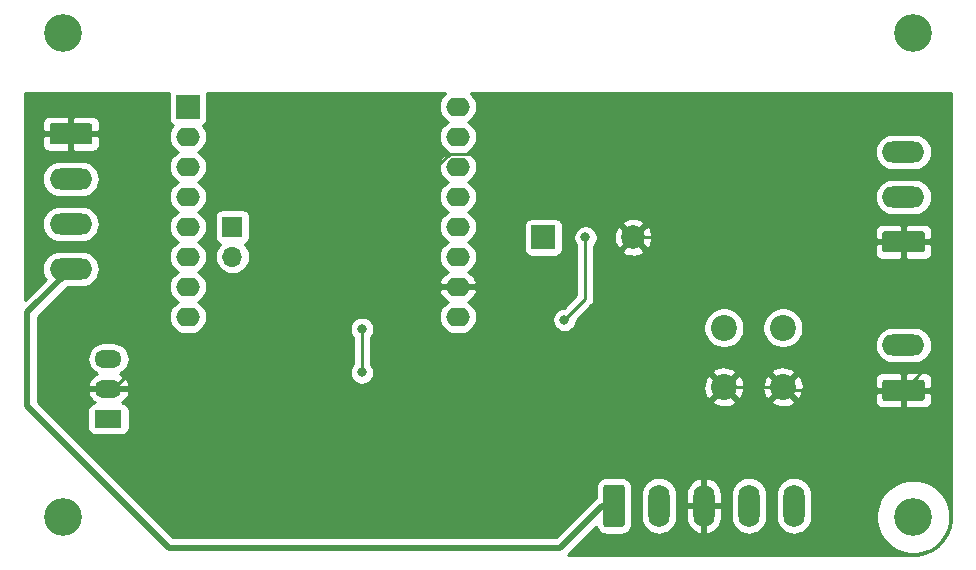
<source format=gbl>
G04 #@! TF.GenerationSoftware,KiCad,Pcbnew,(5.1.2-1)-1*
G04 #@! TF.CreationDate,2019-07-26T11:47:48+01:00*
G04 #@! TF.ProjectId,tool-lockers-pcb,746f6f6c-2d6c-46f6-936b-6572732d7063,rev?*
G04 #@! TF.SameCoordinates,Original*
G04 #@! TF.FileFunction,Copper,L2,Bot*
G04 #@! TF.FilePolarity,Positive*
%FSLAX46Y46*%
G04 Gerber Fmt 4.6, Leading zero omitted, Abs format (unit mm)*
G04 Created by KiCad (PCBNEW (5.1.2-1)-1) date 2019-07-26 11:47:48*
%MOMM*%
%LPD*%
G04 APERTURE LIST*
%ADD10O,1.700000X1.700000*%
%ADD11R,1.700000X1.700000*%
%ADD12C,3.200400*%
%ADD13C,2.200000*%
%ADD14R,2.000000X2.000000*%
%ADD15C,2.000000*%
%ADD16O,3.600000X1.800000*%
%ADD17C,0.100000*%
%ADD18C,1.800000*%
%ADD19O,1.800000X3.600000*%
%ADD20O,2.000000X1.600000*%
%ADD21R,2.300000X1.500000*%
%ADD22O,2.300000X1.500000*%
%ADD23C,0.800000*%
%ADD24C,0.250000*%
%ADD25C,0.500000*%
%ADD26C,0.254000*%
G04 APERTURE END LIST*
D10*
X126960000Y-98160000D03*
D11*
X126960000Y-95620000D03*
D12*
X184589420Y-120195340D03*
X112590580Y-120195340D03*
X184589420Y-79194660D03*
X112590580Y-79194660D03*
D13*
X168569000Y-104180000D03*
X168569000Y-109180000D03*
X173569000Y-109180000D03*
X173569000Y-104180000D03*
D14*
X153289000Y-96520000D03*
D15*
X160889000Y-96520000D03*
D16*
X183769000Y-89281000D03*
X183769000Y-93091000D03*
D17*
G36*
X185343504Y-96002204D02*
G01*
X185367773Y-96005804D01*
X185391571Y-96011765D01*
X185414671Y-96020030D01*
X185436849Y-96030520D01*
X185457893Y-96043133D01*
X185477598Y-96057747D01*
X185495777Y-96074223D01*
X185512253Y-96092402D01*
X185526867Y-96112107D01*
X185539480Y-96133151D01*
X185549970Y-96155329D01*
X185558235Y-96178429D01*
X185564196Y-96202227D01*
X185567796Y-96226496D01*
X185569000Y-96251000D01*
X185569000Y-97551000D01*
X185567796Y-97575504D01*
X185564196Y-97599773D01*
X185558235Y-97623571D01*
X185549970Y-97646671D01*
X185539480Y-97668849D01*
X185526867Y-97689893D01*
X185512253Y-97709598D01*
X185495777Y-97727777D01*
X185477598Y-97744253D01*
X185457893Y-97758867D01*
X185436849Y-97771480D01*
X185414671Y-97781970D01*
X185391571Y-97790235D01*
X185367773Y-97796196D01*
X185343504Y-97799796D01*
X185319000Y-97801000D01*
X182219000Y-97801000D01*
X182194496Y-97799796D01*
X182170227Y-97796196D01*
X182146429Y-97790235D01*
X182123329Y-97781970D01*
X182101151Y-97771480D01*
X182080107Y-97758867D01*
X182060402Y-97744253D01*
X182042223Y-97727777D01*
X182025747Y-97709598D01*
X182011133Y-97689893D01*
X181998520Y-97668849D01*
X181988030Y-97646671D01*
X181979765Y-97623571D01*
X181973804Y-97599773D01*
X181970204Y-97575504D01*
X181969000Y-97551000D01*
X181969000Y-96251000D01*
X181970204Y-96226496D01*
X181973804Y-96202227D01*
X181979765Y-96178429D01*
X181988030Y-96155329D01*
X181998520Y-96133151D01*
X182011133Y-96112107D01*
X182025747Y-96092402D01*
X182042223Y-96074223D01*
X182060402Y-96057747D01*
X182080107Y-96043133D01*
X182101151Y-96030520D01*
X182123329Y-96020030D01*
X182146429Y-96011765D01*
X182170227Y-96005804D01*
X182194496Y-96002204D01*
X182219000Y-96001000D01*
X185319000Y-96001000D01*
X185343504Y-96002204D01*
X185343504Y-96002204D01*
G37*
D18*
X183769000Y-96901000D03*
D16*
X183769000Y-105664000D03*
D17*
G36*
X185343504Y-108575204D02*
G01*
X185367773Y-108578804D01*
X185391571Y-108584765D01*
X185414671Y-108593030D01*
X185436849Y-108603520D01*
X185457893Y-108616133D01*
X185477598Y-108630747D01*
X185495777Y-108647223D01*
X185512253Y-108665402D01*
X185526867Y-108685107D01*
X185539480Y-108706151D01*
X185549970Y-108728329D01*
X185558235Y-108751429D01*
X185564196Y-108775227D01*
X185567796Y-108799496D01*
X185569000Y-108824000D01*
X185569000Y-110124000D01*
X185567796Y-110148504D01*
X185564196Y-110172773D01*
X185558235Y-110196571D01*
X185549970Y-110219671D01*
X185539480Y-110241849D01*
X185526867Y-110262893D01*
X185512253Y-110282598D01*
X185495777Y-110300777D01*
X185477598Y-110317253D01*
X185457893Y-110331867D01*
X185436849Y-110344480D01*
X185414671Y-110354970D01*
X185391571Y-110363235D01*
X185367773Y-110369196D01*
X185343504Y-110372796D01*
X185319000Y-110374000D01*
X182219000Y-110374000D01*
X182194496Y-110372796D01*
X182170227Y-110369196D01*
X182146429Y-110363235D01*
X182123329Y-110354970D01*
X182101151Y-110344480D01*
X182080107Y-110331867D01*
X182060402Y-110317253D01*
X182042223Y-110300777D01*
X182025747Y-110282598D01*
X182011133Y-110262893D01*
X181998520Y-110241849D01*
X181988030Y-110219671D01*
X181979765Y-110196571D01*
X181973804Y-110172773D01*
X181970204Y-110148504D01*
X181969000Y-110124000D01*
X181969000Y-108824000D01*
X181970204Y-108799496D01*
X181973804Y-108775227D01*
X181979765Y-108751429D01*
X181988030Y-108728329D01*
X181998520Y-108706151D01*
X182011133Y-108685107D01*
X182025747Y-108665402D01*
X182042223Y-108647223D01*
X182060402Y-108630747D01*
X182080107Y-108616133D01*
X182101151Y-108603520D01*
X182123329Y-108593030D01*
X182146429Y-108584765D01*
X182170227Y-108578804D01*
X182194496Y-108575204D01*
X182219000Y-108574000D01*
X185319000Y-108574000D01*
X185343504Y-108575204D01*
X185343504Y-108575204D01*
G37*
D18*
X183769000Y-109474000D03*
D16*
X113284000Y-99187000D03*
X113284000Y-95377000D03*
X113284000Y-91567000D03*
D17*
G36*
X114858504Y-86858204D02*
G01*
X114882773Y-86861804D01*
X114906571Y-86867765D01*
X114929671Y-86876030D01*
X114951849Y-86886520D01*
X114972893Y-86899133D01*
X114992598Y-86913747D01*
X115010777Y-86930223D01*
X115027253Y-86948402D01*
X115041867Y-86968107D01*
X115054480Y-86989151D01*
X115064970Y-87011329D01*
X115073235Y-87034429D01*
X115079196Y-87058227D01*
X115082796Y-87082496D01*
X115084000Y-87107000D01*
X115084000Y-88407000D01*
X115082796Y-88431504D01*
X115079196Y-88455773D01*
X115073235Y-88479571D01*
X115064970Y-88502671D01*
X115054480Y-88524849D01*
X115041867Y-88545893D01*
X115027253Y-88565598D01*
X115010777Y-88583777D01*
X114992598Y-88600253D01*
X114972893Y-88614867D01*
X114951849Y-88627480D01*
X114929671Y-88637970D01*
X114906571Y-88646235D01*
X114882773Y-88652196D01*
X114858504Y-88655796D01*
X114834000Y-88657000D01*
X111734000Y-88657000D01*
X111709496Y-88655796D01*
X111685227Y-88652196D01*
X111661429Y-88646235D01*
X111638329Y-88637970D01*
X111616151Y-88627480D01*
X111595107Y-88614867D01*
X111575402Y-88600253D01*
X111557223Y-88583777D01*
X111540747Y-88565598D01*
X111526133Y-88545893D01*
X111513520Y-88524849D01*
X111503030Y-88502671D01*
X111494765Y-88479571D01*
X111488804Y-88455773D01*
X111485204Y-88431504D01*
X111484000Y-88407000D01*
X111484000Y-87107000D01*
X111485204Y-87082496D01*
X111488804Y-87058227D01*
X111494765Y-87034429D01*
X111503030Y-87011329D01*
X111513520Y-86989151D01*
X111526133Y-86968107D01*
X111540747Y-86948402D01*
X111557223Y-86930223D01*
X111575402Y-86913747D01*
X111595107Y-86899133D01*
X111616151Y-86886520D01*
X111638329Y-86876030D01*
X111661429Y-86867765D01*
X111685227Y-86861804D01*
X111709496Y-86858204D01*
X111734000Y-86857000D01*
X114834000Y-86857000D01*
X114858504Y-86858204D01*
X114858504Y-86858204D01*
G37*
D18*
X113284000Y-87757000D03*
D17*
G36*
X159932504Y-117454204D02*
G01*
X159956773Y-117457804D01*
X159980571Y-117463765D01*
X160003671Y-117472030D01*
X160025849Y-117482520D01*
X160046893Y-117495133D01*
X160066598Y-117509747D01*
X160084777Y-117526223D01*
X160101253Y-117544402D01*
X160115867Y-117564107D01*
X160128480Y-117585151D01*
X160138970Y-117607329D01*
X160147235Y-117630429D01*
X160153196Y-117654227D01*
X160156796Y-117678496D01*
X160158000Y-117703000D01*
X160158000Y-120803000D01*
X160156796Y-120827504D01*
X160153196Y-120851773D01*
X160147235Y-120875571D01*
X160138970Y-120898671D01*
X160128480Y-120920849D01*
X160115867Y-120941893D01*
X160101253Y-120961598D01*
X160084777Y-120979777D01*
X160066598Y-120996253D01*
X160046893Y-121010867D01*
X160025849Y-121023480D01*
X160003671Y-121033970D01*
X159980571Y-121042235D01*
X159956773Y-121048196D01*
X159932504Y-121051796D01*
X159908000Y-121053000D01*
X158608000Y-121053000D01*
X158583496Y-121051796D01*
X158559227Y-121048196D01*
X158535429Y-121042235D01*
X158512329Y-121033970D01*
X158490151Y-121023480D01*
X158469107Y-121010867D01*
X158449402Y-120996253D01*
X158431223Y-120979777D01*
X158414747Y-120961598D01*
X158400133Y-120941893D01*
X158387520Y-120920849D01*
X158377030Y-120898671D01*
X158368765Y-120875571D01*
X158362804Y-120851773D01*
X158359204Y-120827504D01*
X158358000Y-120803000D01*
X158358000Y-117703000D01*
X158359204Y-117678496D01*
X158362804Y-117654227D01*
X158368765Y-117630429D01*
X158377030Y-117607329D01*
X158387520Y-117585151D01*
X158400133Y-117564107D01*
X158414747Y-117544402D01*
X158431223Y-117526223D01*
X158449402Y-117509747D01*
X158469107Y-117495133D01*
X158490151Y-117482520D01*
X158512329Y-117472030D01*
X158535429Y-117463765D01*
X158559227Y-117457804D01*
X158583496Y-117454204D01*
X158608000Y-117453000D01*
X159908000Y-117453000D01*
X159932504Y-117454204D01*
X159932504Y-117454204D01*
G37*
D18*
X159258000Y-119253000D03*
D19*
X163068000Y-119253000D03*
X166878000Y-119253000D03*
X170688000Y-119253000D03*
X174498000Y-119253000D03*
D20*
X123190000Y-88011000D03*
D14*
X123190000Y-85471000D03*
D20*
X123190000Y-90551000D03*
X123190000Y-93091000D03*
X123190000Y-95631000D03*
X123190000Y-98171000D03*
X123190000Y-100711000D03*
X123190000Y-103251000D03*
X146050000Y-103251000D03*
X146050000Y-100711000D03*
X146050000Y-98171000D03*
X146050000Y-95631000D03*
X146050000Y-93091000D03*
X146050000Y-90551000D03*
X146050000Y-88011000D03*
X146050000Y-85471000D03*
D21*
X116459000Y-111887000D03*
D22*
X116459000Y-109347000D03*
X116459000Y-106807000D03*
D23*
X133096000Y-110236000D03*
X150320000Y-113160000D03*
X156845000Y-96520000D03*
X155067000Y-103505000D03*
X137922000Y-104267000D03*
X137922000Y-107950000D03*
D24*
X116859000Y-109347000D02*
X116459000Y-109347000D01*
X118618000Y-107588000D02*
X116859000Y-109347000D01*
X116205000Y-87757000D02*
X118618000Y-90170000D01*
X113284000Y-87757000D02*
X116205000Y-87757000D01*
X118618000Y-100457000D02*
X118618000Y-107588000D01*
X118618000Y-90170000D02*
X118618000Y-100457000D01*
X118618000Y-101219000D02*
X118618000Y-100457000D01*
X124079000Y-104775000D02*
X122174000Y-104775000D01*
X122174000Y-104775000D02*
X118618000Y-101219000D01*
X168569000Y-109180000D02*
X173569000Y-109180000D01*
X173863000Y-109474000D02*
X173569000Y-109180000D01*
X183769000Y-109474000D02*
X173863000Y-109474000D01*
X183769000Y-96901000D02*
X183769000Y-97901000D01*
X146050000Y-100711000D02*
X143764000Y-100711000D01*
X172469001Y-108080001D02*
X173569000Y-109180000D01*
X171069000Y-106680000D02*
X172469001Y-108080001D01*
X165735000Y-96520000D02*
X171069000Y-101854000D01*
X171069000Y-101854000D02*
X171069000Y-106680000D01*
X160889000Y-96520000D02*
X165735000Y-96520000D01*
X127508000Y-104648000D02*
X124206000Y-104648000D01*
X133096000Y-110236000D02*
X127508000Y-104648000D01*
X124206000Y-104648000D02*
X124079000Y-104775000D01*
X166878000Y-119253000D02*
X166878000Y-110871000D01*
X135890000Y-110236000D02*
X139954000Y-110236000D01*
X166878000Y-110871000D02*
X166243000Y-110236000D01*
X133096000Y-110236000D02*
X135890000Y-110236000D01*
X166243000Y-110236000D02*
X154305000Y-110236000D01*
X184739710Y-108503290D02*
X183769000Y-109474000D01*
X186563000Y-104521000D02*
X186563000Y-106680000D01*
X186563000Y-106680000D02*
X184739710Y-108503290D01*
X183769000Y-101727000D02*
X186563000Y-104521000D01*
X183769000Y-96901000D02*
X183769000Y-101727000D01*
X159889001Y-95520001D02*
X160889000Y-96520000D01*
X143764000Y-100711000D02*
X143383000Y-100711000D01*
X145384006Y-89425990D02*
X153794990Y-89425990D01*
X143383000Y-91426996D02*
X145384006Y-89425990D01*
X143383000Y-100711000D02*
X143383000Y-91426996D01*
X153794990Y-89425990D02*
X159889001Y-95520001D01*
X143764000Y-100711000D02*
X128143000Y-100711000D01*
X128143000Y-100711000D02*
X124206000Y-104648000D01*
X147396000Y-110236000D02*
X146876000Y-110236000D01*
X146876000Y-110236000D02*
X135890000Y-110236000D01*
X150320000Y-113160000D02*
X147396000Y-110236000D01*
X154305000Y-110236000D02*
X146876000Y-110236000D01*
D25*
X158258000Y-119253000D02*
X159258000Y-119253000D01*
X113284000Y-99187000D02*
X109601000Y-102870000D01*
X121588610Y-122809000D02*
X154702000Y-122809000D01*
X154702000Y-122809000D02*
X158258000Y-119253000D01*
X109601000Y-102870000D02*
X109601000Y-110821390D01*
X109601000Y-110821390D02*
X121588610Y-122809000D01*
D24*
X146050000Y-93091000D02*
X146250000Y-93091000D01*
X156845000Y-101727000D02*
X155067000Y-103505000D01*
X156845000Y-96520000D02*
X156845000Y-101727000D01*
X137922000Y-107950000D02*
X137922000Y-104267000D01*
D26*
G36*
X121564188Y-84346518D02*
G01*
X121551928Y-84471000D01*
X121551928Y-86471000D01*
X121564188Y-86595482D01*
X121600498Y-86715180D01*
X121659463Y-86825494D01*
X121738815Y-86922185D01*
X121835506Y-87001537D01*
X121923476Y-87048559D01*
X121791068Y-87209899D01*
X121657818Y-87459192D01*
X121575764Y-87729691D01*
X121548057Y-88011000D01*
X121575764Y-88292309D01*
X121657818Y-88562808D01*
X121791068Y-88812101D01*
X121970392Y-89030608D01*
X122188899Y-89209932D01*
X122321858Y-89281000D01*
X122188899Y-89352068D01*
X121970392Y-89531392D01*
X121791068Y-89749899D01*
X121657818Y-89999192D01*
X121575764Y-90269691D01*
X121548057Y-90551000D01*
X121575764Y-90832309D01*
X121657818Y-91102808D01*
X121791068Y-91352101D01*
X121970392Y-91570608D01*
X122188899Y-91749932D01*
X122321858Y-91821000D01*
X122188899Y-91892068D01*
X121970392Y-92071392D01*
X121791068Y-92289899D01*
X121657818Y-92539192D01*
X121575764Y-92809691D01*
X121548057Y-93091000D01*
X121575764Y-93372309D01*
X121657818Y-93642808D01*
X121791068Y-93892101D01*
X121970392Y-94110608D01*
X122188899Y-94289932D01*
X122321858Y-94361000D01*
X122188899Y-94432068D01*
X121970392Y-94611392D01*
X121791068Y-94829899D01*
X121657818Y-95079192D01*
X121575764Y-95349691D01*
X121548057Y-95631000D01*
X121575764Y-95912309D01*
X121657818Y-96182808D01*
X121791068Y-96432101D01*
X121970392Y-96650608D01*
X122188899Y-96829932D01*
X122321858Y-96901000D01*
X122188899Y-96972068D01*
X121970392Y-97151392D01*
X121791068Y-97369899D01*
X121657818Y-97619192D01*
X121575764Y-97889691D01*
X121548057Y-98171000D01*
X121575764Y-98452309D01*
X121657818Y-98722808D01*
X121791068Y-98972101D01*
X121970392Y-99190608D01*
X122188899Y-99369932D01*
X122321858Y-99441000D01*
X122188899Y-99512068D01*
X121970392Y-99691392D01*
X121791068Y-99909899D01*
X121657818Y-100159192D01*
X121575764Y-100429691D01*
X121548057Y-100711000D01*
X121575764Y-100992309D01*
X121657818Y-101262808D01*
X121791068Y-101512101D01*
X121970392Y-101730608D01*
X122188899Y-101909932D01*
X122321858Y-101981000D01*
X122188899Y-102052068D01*
X121970392Y-102231392D01*
X121791068Y-102449899D01*
X121657818Y-102699192D01*
X121575764Y-102969691D01*
X121548057Y-103251000D01*
X121575764Y-103532309D01*
X121657818Y-103802808D01*
X121791068Y-104052101D01*
X121970392Y-104270608D01*
X122188899Y-104449932D01*
X122438192Y-104583182D01*
X122708691Y-104665236D01*
X122919508Y-104686000D01*
X123460492Y-104686000D01*
X123671309Y-104665236D01*
X123941808Y-104583182D01*
X124191101Y-104449932D01*
X124409608Y-104270608D01*
X124496228Y-104165061D01*
X136887000Y-104165061D01*
X136887000Y-104368939D01*
X136926774Y-104568898D01*
X137004795Y-104757256D01*
X137118063Y-104926774D01*
X137162001Y-104970712D01*
X137162000Y-107246289D01*
X137118063Y-107290226D01*
X137004795Y-107459744D01*
X136926774Y-107648102D01*
X136887000Y-107848061D01*
X136887000Y-108051939D01*
X136926774Y-108251898D01*
X137004795Y-108440256D01*
X137118063Y-108609774D01*
X137262226Y-108753937D01*
X137431744Y-108867205D01*
X137620102Y-108945226D01*
X137820061Y-108985000D01*
X138023939Y-108985000D01*
X138223898Y-108945226D01*
X138412256Y-108867205D01*
X138581774Y-108753937D01*
X138725937Y-108609774D01*
X138839205Y-108440256D01*
X138917226Y-108251898D01*
X138957000Y-108051939D01*
X138957000Y-107973288D01*
X167541893Y-107973288D01*
X168569000Y-109000395D01*
X169596107Y-107973288D01*
X172541893Y-107973288D01*
X173569000Y-109000395D01*
X174596107Y-107973288D01*
X174488274Y-107698662D01*
X174181616Y-107547784D01*
X173851415Y-107459631D01*
X173510361Y-107437591D01*
X173171561Y-107482511D01*
X172848034Y-107592664D01*
X172649726Y-107698662D01*
X172541893Y-107973288D01*
X169596107Y-107973288D01*
X169488274Y-107698662D01*
X169181616Y-107547784D01*
X168851415Y-107459631D01*
X168510361Y-107437591D01*
X168171561Y-107482511D01*
X167848034Y-107592664D01*
X167649726Y-107698662D01*
X167541893Y-107973288D01*
X138957000Y-107973288D01*
X138957000Y-107848061D01*
X138917226Y-107648102D01*
X138839205Y-107459744D01*
X138725937Y-107290226D01*
X138682000Y-107246289D01*
X138682000Y-104970711D01*
X138725937Y-104926774D01*
X138839205Y-104757256D01*
X138917226Y-104568898D01*
X138957000Y-104368939D01*
X138957000Y-104165061D01*
X138917226Y-103965102D01*
X138839205Y-103776744D01*
X138725937Y-103607226D01*
X138581774Y-103463063D01*
X138412256Y-103349795D01*
X138223898Y-103271774D01*
X138119460Y-103251000D01*
X144408057Y-103251000D01*
X144435764Y-103532309D01*
X144517818Y-103802808D01*
X144651068Y-104052101D01*
X144830392Y-104270608D01*
X145048899Y-104449932D01*
X145298192Y-104583182D01*
X145568691Y-104665236D01*
X145779508Y-104686000D01*
X146320492Y-104686000D01*
X146531309Y-104665236D01*
X146801808Y-104583182D01*
X147051101Y-104449932D01*
X147269608Y-104270608D01*
X147448932Y-104052101D01*
X147582182Y-103802808D01*
X147664236Y-103532309D01*
X147676966Y-103403061D01*
X154032000Y-103403061D01*
X154032000Y-103606939D01*
X154071774Y-103806898D01*
X154149795Y-103995256D01*
X154263063Y-104164774D01*
X154407226Y-104308937D01*
X154576744Y-104422205D01*
X154765102Y-104500226D01*
X154965061Y-104540000D01*
X155168939Y-104540000D01*
X155368898Y-104500226D01*
X155557256Y-104422205D01*
X155726774Y-104308937D01*
X155870937Y-104164774D01*
X155974943Y-104009117D01*
X166834000Y-104009117D01*
X166834000Y-104350883D01*
X166900675Y-104686081D01*
X167031463Y-105001831D01*
X167221337Y-105285998D01*
X167463002Y-105527663D01*
X167747169Y-105717537D01*
X168062919Y-105848325D01*
X168398117Y-105915000D01*
X168739883Y-105915000D01*
X169075081Y-105848325D01*
X169390831Y-105717537D01*
X169674998Y-105527663D01*
X169916663Y-105285998D01*
X170106537Y-105001831D01*
X170237325Y-104686081D01*
X170304000Y-104350883D01*
X170304000Y-104009117D01*
X171834000Y-104009117D01*
X171834000Y-104350883D01*
X171900675Y-104686081D01*
X172031463Y-105001831D01*
X172221337Y-105285998D01*
X172463002Y-105527663D01*
X172747169Y-105717537D01*
X173062919Y-105848325D01*
X173398117Y-105915000D01*
X173739883Y-105915000D01*
X174075081Y-105848325D01*
X174390831Y-105717537D01*
X174470954Y-105664000D01*
X181326573Y-105664000D01*
X181356210Y-105964913D01*
X181443983Y-106254261D01*
X181586519Y-106520927D01*
X181778339Y-106754661D01*
X182012073Y-106946481D01*
X182278739Y-107089017D01*
X182568087Y-107176790D01*
X182793592Y-107199000D01*
X184744408Y-107199000D01*
X184969913Y-107176790D01*
X185259261Y-107089017D01*
X185525927Y-106946481D01*
X185759661Y-106754661D01*
X185951481Y-106520927D01*
X186094017Y-106254261D01*
X186181790Y-105964913D01*
X186211427Y-105664000D01*
X186181790Y-105363087D01*
X186094017Y-105073739D01*
X185951481Y-104807073D01*
X185759661Y-104573339D01*
X185525927Y-104381519D01*
X185259261Y-104238983D01*
X184969913Y-104151210D01*
X184744408Y-104129000D01*
X182793592Y-104129000D01*
X182568087Y-104151210D01*
X182278739Y-104238983D01*
X182012073Y-104381519D01*
X181778339Y-104573339D01*
X181586519Y-104807073D01*
X181443983Y-105073739D01*
X181356210Y-105363087D01*
X181326573Y-105664000D01*
X174470954Y-105664000D01*
X174674998Y-105527663D01*
X174916663Y-105285998D01*
X175106537Y-105001831D01*
X175237325Y-104686081D01*
X175304000Y-104350883D01*
X175304000Y-104009117D01*
X175237325Y-103673919D01*
X175106537Y-103358169D01*
X174916663Y-103074002D01*
X174674998Y-102832337D01*
X174390831Y-102642463D01*
X174075081Y-102511675D01*
X173739883Y-102445000D01*
X173398117Y-102445000D01*
X173062919Y-102511675D01*
X172747169Y-102642463D01*
X172463002Y-102832337D01*
X172221337Y-103074002D01*
X172031463Y-103358169D01*
X171900675Y-103673919D01*
X171834000Y-104009117D01*
X170304000Y-104009117D01*
X170237325Y-103673919D01*
X170106537Y-103358169D01*
X169916663Y-103074002D01*
X169674998Y-102832337D01*
X169390831Y-102642463D01*
X169075081Y-102511675D01*
X168739883Y-102445000D01*
X168398117Y-102445000D01*
X168062919Y-102511675D01*
X167747169Y-102642463D01*
X167463002Y-102832337D01*
X167221337Y-103074002D01*
X167031463Y-103358169D01*
X166900675Y-103673919D01*
X166834000Y-104009117D01*
X155974943Y-104009117D01*
X155984205Y-103995256D01*
X156062226Y-103806898D01*
X156102000Y-103606939D01*
X156102000Y-103544801D01*
X157356003Y-102290799D01*
X157385001Y-102267001D01*
X157479974Y-102151276D01*
X157550546Y-102019247D01*
X157594003Y-101875986D01*
X157605000Y-101764333D01*
X157605000Y-101764325D01*
X157608676Y-101727000D01*
X157605000Y-101689675D01*
X157605000Y-97655413D01*
X159933192Y-97655413D01*
X160028956Y-97919814D01*
X160318571Y-98060704D01*
X160630108Y-98142384D01*
X160951595Y-98161718D01*
X161270675Y-98117961D01*
X161575088Y-98012795D01*
X161749044Y-97919814D01*
X161792077Y-97801000D01*
X181330928Y-97801000D01*
X181343188Y-97925482D01*
X181379498Y-98045180D01*
X181438463Y-98155494D01*
X181517815Y-98252185D01*
X181614506Y-98331537D01*
X181724820Y-98390502D01*
X181844518Y-98426812D01*
X181969000Y-98439072D01*
X183483250Y-98436000D01*
X183642000Y-98277250D01*
X183642000Y-97028000D01*
X183896000Y-97028000D01*
X183896000Y-98277250D01*
X184054750Y-98436000D01*
X185569000Y-98439072D01*
X185693482Y-98426812D01*
X185813180Y-98390502D01*
X185923494Y-98331537D01*
X186020185Y-98252185D01*
X186099537Y-98155494D01*
X186158502Y-98045180D01*
X186194812Y-97925482D01*
X186207072Y-97801000D01*
X186204000Y-97186750D01*
X186045250Y-97028000D01*
X183896000Y-97028000D01*
X183642000Y-97028000D01*
X181492750Y-97028000D01*
X181334000Y-97186750D01*
X181330928Y-97801000D01*
X161792077Y-97801000D01*
X161844808Y-97655413D01*
X160889000Y-96699605D01*
X159933192Y-97655413D01*
X157605000Y-97655413D01*
X157605000Y-97223711D01*
X157648937Y-97179774D01*
X157762205Y-97010256D01*
X157840226Y-96821898D01*
X157880000Y-96621939D01*
X157880000Y-96582595D01*
X159247282Y-96582595D01*
X159291039Y-96901675D01*
X159396205Y-97206088D01*
X159489186Y-97380044D01*
X159753587Y-97475808D01*
X160709395Y-96520000D01*
X161068605Y-96520000D01*
X162024413Y-97475808D01*
X162288814Y-97380044D01*
X162429704Y-97090429D01*
X162511384Y-96778892D01*
X162530718Y-96457405D01*
X162486961Y-96138325D01*
X162439520Y-96001000D01*
X181330928Y-96001000D01*
X181334000Y-96615250D01*
X181492750Y-96774000D01*
X183642000Y-96774000D01*
X183642000Y-95524750D01*
X183896000Y-95524750D01*
X183896000Y-96774000D01*
X186045250Y-96774000D01*
X186204000Y-96615250D01*
X186207072Y-96001000D01*
X186194812Y-95876518D01*
X186158502Y-95756820D01*
X186099537Y-95646506D01*
X186020185Y-95549815D01*
X185923494Y-95470463D01*
X185813180Y-95411498D01*
X185693482Y-95375188D01*
X185569000Y-95362928D01*
X184054750Y-95366000D01*
X183896000Y-95524750D01*
X183642000Y-95524750D01*
X183483250Y-95366000D01*
X181969000Y-95362928D01*
X181844518Y-95375188D01*
X181724820Y-95411498D01*
X181614506Y-95470463D01*
X181517815Y-95549815D01*
X181438463Y-95646506D01*
X181379498Y-95756820D01*
X181343188Y-95876518D01*
X181330928Y-96001000D01*
X162439520Y-96001000D01*
X162381795Y-95833912D01*
X162288814Y-95659956D01*
X162024413Y-95564192D01*
X161068605Y-96520000D01*
X160709395Y-96520000D01*
X159753587Y-95564192D01*
X159489186Y-95659956D01*
X159348296Y-95949571D01*
X159266616Y-96261108D01*
X159247282Y-96582595D01*
X157880000Y-96582595D01*
X157880000Y-96418061D01*
X157840226Y-96218102D01*
X157762205Y-96029744D01*
X157648937Y-95860226D01*
X157504774Y-95716063D01*
X157335256Y-95602795D01*
X157146898Y-95524774D01*
X156946939Y-95485000D01*
X156743061Y-95485000D01*
X156543102Y-95524774D01*
X156354744Y-95602795D01*
X156185226Y-95716063D01*
X156041063Y-95860226D01*
X155927795Y-96029744D01*
X155849774Y-96218102D01*
X155810000Y-96418061D01*
X155810000Y-96621939D01*
X155849774Y-96821898D01*
X155927795Y-97010256D01*
X156041063Y-97179774D01*
X156085000Y-97223711D01*
X156085001Y-101412197D01*
X155027199Y-102470000D01*
X154965061Y-102470000D01*
X154765102Y-102509774D01*
X154576744Y-102587795D01*
X154407226Y-102701063D01*
X154263063Y-102845226D01*
X154149795Y-103014744D01*
X154071774Y-103203102D01*
X154032000Y-103403061D01*
X147676966Y-103403061D01*
X147691943Y-103251000D01*
X147664236Y-102969691D01*
X147582182Y-102699192D01*
X147448932Y-102449899D01*
X147269608Y-102231392D01*
X147051101Y-102052068D01*
X146921655Y-101982878D01*
X146939227Y-101975430D01*
X147172662Y-101816673D01*
X147370639Y-101615425D01*
X147525551Y-101379421D01*
X147631444Y-101117730D01*
X147641904Y-101060039D01*
X147519915Y-100838000D01*
X146177000Y-100838000D01*
X146177000Y-100858000D01*
X145923000Y-100858000D01*
X145923000Y-100838000D01*
X144580085Y-100838000D01*
X144458096Y-101060039D01*
X144468556Y-101117730D01*
X144574449Y-101379421D01*
X144729361Y-101615425D01*
X144927338Y-101816673D01*
X145160773Y-101975430D01*
X145178345Y-101982878D01*
X145048899Y-102052068D01*
X144830392Y-102231392D01*
X144651068Y-102449899D01*
X144517818Y-102699192D01*
X144435764Y-102969691D01*
X144408057Y-103251000D01*
X138119460Y-103251000D01*
X138023939Y-103232000D01*
X137820061Y-103232000D01*
X137620102Y-103271774D01*
X137431744Y-103349795D01*
X137262226Y-103463063D01*
X137118063Y-103607226D01*
X137004795Y-103776744D01*
X136926774Y-103965102D01*
X136887000Y-104165061D01*
X124496228Y-104165061D01*
X124588932Y-104052101D01*
X124722182Y-103802808D01*
X124804236Y-103532309D01*
X124831943Y-103251000D01*
X124804236Y-102969691D01*
X124722182Y-102699192D01*
X124588932Y-102449899D01*
X124409608Y-102231392D01*
X124191101Y-102052068D01*
X124058142Y-101981000D01*
X124191101Y-101909932D01*
X124409608Y-101730608D01*
X124588932Y-101512101D01*
X124722182Y-101262808D01*
X124804236Y-100992309D01*
X124831943Y-100711000D01*
X124804236Y-100429691D01*
X124722182Y-100159192D01*
X124588932Y-99909899D01*
X124409608Y-99691392D01*
X124191101Y-99512068D01*
X124058142Y-99441000D01*
X124191101Y-99369932D01*
X124409608Y-99190608D01*
X124588932Y-98972101D01*
X124722182Y-98722808D01*
X124804236Y-98452309D01*
X124831943Y-98171000D01*
X124830860Y-98160000D01*
X125467815Y-98160000D01*
X125496487Y-98451111D01*
X125581401Y-98731034D01*
X125719294Y-98989014D01*
X125904866Y-99215134D01*
X126130986Y-99400706D01*
X126388966Y-99538599D01*
X126668889Y-99623513D01*
X126887050Y-99645000D01*
X127032950Y-99645000D01*
X127251111Y-99623513D01*
X127531034Y-99538599D01*
X127789014Y-99400706D01*
X128015134Y-99215134D01*
X128200706Y-98989014D01*
X128338599Y-98731034D01*
X128423513Y-98451111D01*
X128452185Y-98160000D01*
X128423513Y-97868889D01*
X128338599Y-97588966D01*
X128200706Y-97330986D01*
X128015134Y-97104866D01*
X127985313Y-97080393D01*
X128054180Y-97059502D01*
X128164494Y-97000537D01*
X128261185Y-96921185D01*
X128340537Y-96824494D01*
X128399502Y-96714180D01*
X128435812Y-96594482D01*
X128448072Y-96470000D01*
X128448072Y-94770000D01*
X128435812Y-94645518D01*
X128399502Y-94525820D01*
X128340537Y-94415506D01*
X128261185Y-94318815D01*
X128164494Y-94239463D01*
X128054180Y-94180498D01*
X127934482Y-94144188D01*
X127810000Y-94131928D01*
X126110000Y-94131928D01*
X125985518Y-94144188D01*
X125865820Y-94180498D01*
X125755506Y-94239463D01*
X125658815Y-94318815D01*
X125579463Y-94415506D01*
X125520498Y-94525820D01*
X125484188Y-94645518D01*
X125471928Y-94770000D01*
X125471928Y-96470000D01*
X125484188Y-96594482D01*
X125520498Y-96714180D01*
X125579463Y-96824494D01*
X125658815Y-96921185D01*
X125755506Y-97000537D01*
X125865820Y-97059502D01*
X125934687Y-97080393D01*
X125904866Y-97104866D01*
X125719294Y-97330986D01*
X125581401Y-97588966D01*
X125496487Y-97868889D01*
X125467815Y-98160000D01*
X124830860Y-98160000D01*
X124804236Y-97889691D01*
X124722182Y-97619192D01*
X124588932Y-97369899D01*
X124409608Y-97151392D01*
X124191101Y-96972068D01*
X124058142Y-96901000D01*
X124191101Y-96829932D01*
X124409608Y-96650608D01*
X124588932Y-96432101D01*
X124722182Y-96182808D01*
X124804236Y-95912309D01*
X124831943Y-95631000D01*
X124804236Y-95349691D01*
X124722182Y-95079192D01*
X124588932Y-94829899D01*
X124409608Y-94611392D01*
X124191101Y-94432068D01*
X124058142Y-94361000D01*
X124191101Y-94289932D01*
X124409608Y-94110608D01*
X124588932Y-93892101D01*
X124722182Y-93642808D01*
X124804236Y-93372309D01*
X124831943Y-93091000D01*
X124804236Y-92809691D01*
X124722182Y-92539192D01*
X124588932Y-92289899D01*
X124409608Y-92071392D01*
X124191101Y-91892068D01*
X124058142Y-91821000D01*
X124191101Y-91749932D01*
X124409608Y-91570608D01*
X124588932Y-91352101D01*
X124722182Y-91102808D01*
X124804236Y-90832309D01*
X124831943Y-90551000D01*
X124804236Y-90269691D01*
X124722182Y-89999192D01*
X124588932Y-89749899D01*
X124409608Y-89531392D01*
X124191101Y-89352068D01*
X124058142Y-89281000D01*
X124191101Y-89209932D01*
X124409608Y-89030608D01*
X124588932Y-88812101D01*
X124722182Y-88562808D01*
X124804236Y-88292309D01*
X124831943Y-88011000D01*
X124804236Y-87729691D01*
X124722182Y-87459192D01*
X124588932Y-87209899D01*
X124456524Y-87048559D01*
X124544494Y-87001537D01*
X124641185Y-86922185D01*
X124720537Y-86825494D01*
X124779502Y-86715180D01*
X124815812Y-86595482D01*
X124828072Y-86471000D01*
X124828072Y-84471000D01*
X124815812Y-84346518D01*
X124810195Y-84328000D01*
X144980746Y-84328000D01*
X144830392Y-84451392D01*
X144651068Y-84669899D01*
X144517818Y-84919192D01*
X144435764Y-85189691D01*
X144408057Y-85471000D01*
X144435764Y-85752309D01*
X144517818Y-86022808D01*
X144651068Y-86272101D01*
X144830392Y-86490608D01*
X145048899Y-86669932D01*
X145181858Y-86741000D01*
X145048899Y-86812068D01*
X144830392Y-86991392D01*
X144651068Y-87209899D01*
X144517818Y-87459192D01*
X144435764Y-87729691D01*
X144408057Y-88011000D01*
X144435764Y-88292309D01*
X144517818Y-88562808D01*
X144651068Y-88812101D01*
X144830392Y-89030608D01*
X145048899Y-89209932D01*
X145181858Y-89281000D01*
X145048899Y-89352068D01*
X144830392Y-89531392D01*
X144651068Y-89749899D01*
X144517818Y-89999192D01*
X144435764Y-90269691D01*
X144408057Y-90551000D01*
X144435764Y-90832309D01*
X144517818Y-91102808D01*
X144651068Y-91352101D01*
X144830392Y-91570608D01*
X145048899Y-91749932D01*
X145181858Y-91821000D01*
X145048899Y-91892068D01*
X144830392Y-92071392D01*
X144651068Y-92289899D01*
X144517818Y-92539192D01*
X144435764Y-92809691D01*
X144408057Y-93091000D01*
X144435764Y-93372309D01*
X144517818Y-93642808D01*
X144651068Y-93892101D01*
X144830392Y-94110608D01*
X145048899Y-94289932D01*
X145181858Y-94361000D01*
X145048899Y-94432068D01*
X144830392Y-94611392D01*
X144651068Y-94829899D01*
X144517818Y-95079192D01*
X144435764Y-95349691D01*
X144408057Y-95631000D01*
X144435764Y-95912309D01*
X144517818Y-96182808D01*
X144651068Y-96432101D01*
X144830392Y-96650608D01*
X145048899Y-96829932D01*
X145181858Y-96901000D01*
X145048899Y-96972068D01*
X144830392Y-97151392D01*
X144651068Y-97369899D01*
X144517818Y-97619192D01*
X144435764Y-97889691D01*
X144408057Y-98171000D01*
X144435764Y-98452309D01*
X144517818Y-98722808D01*
X144651068Y-98972101D01*
X144830392Y-99190608D01*
X145048899Y-99369932D01*
X145178345Y-99439122D01*
X145160773Y-99446570D01*
X144927338Y-99605327D01*
X144729361Y-99806575D01*
X144574449Y-100042579D01*
X144468556Y-100304270D01*
X144458096Y-100361961D01*
X144580085Y-100584000D01*
X145923000Y-100584000D01*
X145923000Y-100564000D01*
X146177000Y-100564000D01*
X146177000Y-100584000D01*
X147519915Y-100584000D01*
X147641904Y-100361961D01*
X147631444Y-100304270D01*
X147525551Y-100042579D01*
X147370639Y-99806575D01*
X147172662Y-99605327D01*
X146939227Y-99446570D01*
X146921655Y-99439122D01*
X147051101Y-99369932D01*
X147269608Y-99190608D01*
X147448932Y-98972101D01*
X147582182Y-98722808D01*
X147664236Y-98452309D01*
X147691943Y-98171000D01*
X147664236Y-97889691D01*
X147582182Y-97619192D01*
X147448932Y-97369899D01*
X147269608Y-97151392D01*
X147051101Y-96972068D01*
X146918142Y-96901000D01*
X147051101Y-96829932D01*
X147269608Y-96650608D01*
X147448932Y-96432101D01*
X147582182Y-96182808D01*
X147664236Y-95912309D01*
X147691943Y-95631000D01*
X147681011Y-95520000D01*
X151650928Y-95520000D01*
X151650928Y-97520000D01*
X151663188Y-97644482D01*
X151699498Y-97764180D01*
X151758463Y-97874494D01*
X151837815Y-97971185D01*
X151934506Y-98050537D01*
X152044820Y-98109502D01*
X152164518Y-98145812D01*
X152289000Y-98158072D01*
X154289000Y-98158072D01*
X154413482Y-98145812D01*
X154533180Y-98109502D01*
X154643494Y-98050537D01*
X154740185Y-97971185D01*
X154819537Y-97874494D01*
X154878502Y-97764180D01*
X154914812Y-97644482D01*
X154927072Y-97520000D01*
X154927072Y-95520000D01*
X154914812Y-95395518D01*
X154911497Y-95384587D01*
X159933192Y-95384587D01*
X160889000Y-96340395D01*
X161844808Y-95384587D01*
X161749044Y-95120186D01*
X161459429Y-94979296D01*
X161147892Y-94897616D01*
X160826405Y-94878282D01*
X160507325Y-94922039D01*
X160202912Y-95027205D01*
X160028956Y-95120186D01*
X159933192Y-95384587D01*
X154911497Y-95384587D01*
X154878502Y-95275820D01*
X154819537Y-95165506D01*
X154740185Y-95068815D01*
X154643494Y-94989463D01*
X154533180Y-94930498D01*
X154413482Y-94894188D01*
X154289000Y-94881928D01*
X152289000Y-94881928D01*
X152164518Y-94894188D01*
X152044820Y-94930498D01*
X151934506Y-94989463D01*
X151837815Y-95068815D01*
X151758463Y-95165506D01*
X151699498Y-95275820D01*
X151663188Y-95395518D01*
X151650928Y-95520000D01*
X147681011Y-95520000D01*
X147664236Y-95349691D01*
X147582182Y-95079192D01*
X147448932Y-94829899D01*
X147269608Y-94611392D01*
X147051101Y-94432068D01*
X146918142Y-94361000D01*
X147051101Y-94289932D01*
X147269608Y-94110608D01*
X147448932Y-93892101D01*
X147582182Y-93642808D01*
X147664236Y-93372309D01*
X147691943Y-93091000D01*
X181326573Y-93091000D01*
X181356210Y-93391913D01*
X181443983Y-93681261D01*
X181586519Y-93947927D01*
X181778339Y-94181661D01*
X182012073Y-94373481D01*
X182278739Y-94516017D01*
X182568087Y-94603790D01*
X182793592Y-94626000D01*
X184744408Y-94626000D01*
X184969913Y-94603790D01*
X185259261Y-94516017D01*
X185525927Y-94373481D01*
X185759661Y-94181661D01*
X185951481Y-93947927D01*
X186094017Y-93681261D01*
X186181790Y-93391913D01*
X186211427Y-93091000D01*
X186181790Y-92790087D01*
X186094017Y-92500739D01*
X185951481Y-92234073D01*
X185759661Y-92000339D01*
X185525927Y-91808519D01*
X185259261Y-91665983D01*
X184969913Y-91578210D01*
X184744408Y-91556000D01*
X182793592Y-91556000D01*
X182568087Y-91578210D01*
X182278739Y-91665983D01*
X182012073Y-91808519D01*
X181778339Y-92000339D01*
X181586519Y-92234073D01*
X181443983Y-92500739D01*
X181356210Y-92790087D01*
X181326573Y-93091000D01*
X147691943Y-93091000D01*
X147664236Y-92809691D01*
X147582182Y-92539192D01*
X147448932Y-92289899D01*
X147269608Y-92071392D01*
X147051101Y-91892068D01*
X146918142Y-91821000D01*
X147051101Y-91749932D01*
X147269608Y-91570608D01*
X147448932Y-91352101D01*
X147582182Y-91102808D01*
X147664236Y-90832309D01*
X147691943Y-90551000D01*
X147664236Y-90269691D01*
X147582182Y-89999192D01*
X147448932Y-89749899D01*
X147269608Y-89531392D01*
X147051101Y-89352068D01*
X146918142Y-89281000D01*
X181326573Y-89281000D01*
X181356210Y-89581913D01*
X181443983Y-89871261D01*
X181586519Y-90137927D01*
X181778339Y-90371661D01*
X182012073Y-90563481D01*
X182278739Y-90706017D01*
X182568087Y-90793790D01*
X182793592Y-90816000D01*
X184744408Y-90816000D01*
X184969913Y-90793790D01*
X185259261Y-90706017D01*
X185525927Y-90563481D01*
X185759661Y-90371661D01*
X185951481Y-90137927D01*
X186094017Y-89871261D01*
X186181790Y-89581913D01*
X186211427Y-89281000D01*
X186181790Y-88980087D01*
X186094017Y-88690739D01*
X185951481Y-88424073D01*
X185759661Y-88190339D01*
X185525927Y-87998519D01*
X185259261Y-87855983D01*
X184969913Y-87768210D01*
X184744408Y-87746000D01*
X182793592Y-87746000D01*
X182568087Y-87768210D01*
X182278739Y-87855983D01*
X182012073Y-87998519D01*
X181778339Y-88190339D01*
X181586519Y-88424073D01*
X181443983Y-88690739D01*
X181356210Y-88980087D01*
X181326573Y-89281000D01*
X146918142Y-89281000D01*
X147051101Y-89209932D01*
X147269608Y-89030608D01*
X147448932Y-88812101D01*
X147582182Y-88562808D01*
X147664236Y-88292309D01*
X147691943Y-88011000D01*
X147664236Y-87729691D01*
X147582182Y-87459192D01*
X147448932Y-87209899D01*
X147269608Y-86991392D01*
X147051101Y-86812068D01*
X146918142Y-86741000D01*
X147051101Y-86669932D01*
X147269608Y-86490608D01*
X147448932Y-86272101D01*
X147582182Y-86022808D01*
X147664236Y-85752309D01*
X147691943Y-85471000D01*
X147664236Y-85189691D01*
X147582182Y-84919192D01*
X147448932Y-84669899D01*
X147269608Y-84451392D01*
X147119254Y-84328000D01*
X187805060Y-84328000D01*
X187805061Y-119733511D01*
X187806089Y-119743944D01*
X187824288Y-120425543D01*
X187717967Y-121049481D01*
X187492479Y-121640888D01*
X187156416Y-122177231D01*
X186722577Y-122638086D01*
X186207489Y-123005894D01*
X185630763Y-123266653D01*
X185011999Y-123410980D01*
X155352842Y-123410980D01*
X155358534Y-123404044D01*
X157748474Y-121014105D01*
X157787528Y-121142850D01*
X157869595Y-121296386D01*
X157980038Y-121430962D01*
X158114614Y-121541405D01*
X158268150Y-121623472D01*
X158434746Y-121674008D01*
X158608000Y-121691072D01*
X159908000Y-121691072D01*
X160081254Y-121674008D01*
X160247850Y-121623472D01*
X160401386Y-121541405D01*
X160535962Y-121430962D01*
X160646405Y-121296386D01*
X160728472Y-121142850D01*
X160779008Y-120976254D01*
X160796072Y-120803000D01*
X160796072Y-118277593D01*
X161533000Y-118277593D01*
X161533000Y-120228408D01*
X161555211Y-120453913D01*
X161642984Y-120743261D01*
X161785520Y-121009927D01*
X161977340Y-121243661D01*
X162211074Y-121435481D01*
X162477740Y-121578017D01*
X162767088Y-121665790D01*
X163068000Y-121695427D01*
X163368913Y-121665790D01*
X163658261Y-121578017D01*
X163924927Y-121435481D01*
X164158661Y-121243661D01*
X164350481Y-121009927D01*
X164493017Y-120743261D01*
X164580790Y-120453913D01*
X164603000Y-120228408D01*
X164603000Y-119380000D01*
X165343000Y-119380000D01*
X165343000Y-120280000D01*
X165397271Y-120577023D01*
X165508446Y-120857751D01*
X165672252Y-121111396D01*
X165882394Y-121328210D01*
X166130796Y-121499862D01*
X166407913Y-121619755D01*
X166513260Y-121644036D01*
X166751000Y-121523378D01*
X166751000Y-119380000D01*
X167005000Y-119380000D01*
X167005000Y-121523378D01*
X167242740Y-121644036D01*
X167348087Y-121619755D01*
X167625204Y-121499862D01*
X167873606Y-121328210D01*
X168083748Y-121111396D01*
X168247554Y-120857751D01*
X168358729Y-120577023D01*
X168413000Y-120280000D01*
X168413000Y-119380000D01*
X167005000Y-119380000D01*
X166751000Y-119380000D01*
X165343000Y-119380000D01*
X164603000Y-119380000D01*
X164603000Y-118277592D01*
X164597919Y-118226000D01*
X165343000Y-118226000D01*
X165343000Y-119126000D01*
X166751000Y-119126000D01*
X166751000Y-116982622D01*
X167005000Y-116982622D01*
X167005000Y-119126000D01*
X168413000Y-119126000D01*
X168413000Y-118277593D01*
X169153000Y-118277593D01*
X169153000Y-120228408D01*
X169175211Y-120453913D01*
X169262984Y-120743261D01*
X169405520Y-121009927D01*
X169597340Y-121243661D01*
X169831074Y-121435481D01*
X170097740Y-121578017D01*
X170387088Y-121665790D01*
X170688000Y-121695427D01*
X170988913Y-121665790D01*
X171278261Y-121578017D01*
X171544927Y-121435481D01*
X171778661Y-121243661D01*
X171970481Y-121009927D01*
X172113017Y-120743261D01*
X172200790Y-120453913D01*
X172223000Y-120228408D01*
X172223000Y-118277593D01*
X172963000Y-118277593D01*
X172963000Y-120228408D01*
X172985211Y-120453913D01*
X173072984Y-120743261D01*
X173215520Y-121009927D01*
X173407340Y-121243661D01*
X173641074Y-121435481D01*
X173907740Y-121578017D01*
X174197088Y-121665790D01*
X174498000Y-121695427D01*
X174798913Y-121665790D01*
X175088261Y-121578017D01*
X175354927Y-121435481D01*
X175588661Y-121243661D01*
X175780481Y-121009927D01*
X175923017Y-120743261D01*
X176010790Y-120453913D01*
X176033000Y-120228408D01*
X176033000Y-119887383D01*
X181462680Y-119887383D01*
X181462680Y-120503297D01*
X181582839Y-121107376D01*
X181818539Y-121676407D01*
X182160722Y-122188521D01*
X182596239Y-122624038D01*
X183108353Y-122966221D01*
X183677384Y-123201921D01*
X184281463Y-123322080D01*
X184897377Y-123322080D01*
X185501456Y-123201921D01*
X186070487Y-122966221D01*
X186582601Y-122624038D01*
X187018118Y-122188521D01*
X187360301Y-121676407D01*
X187596001Y-121107376D01*
X187716160Y-120503297D01*
X187716160Y-119887383D01*
X187596001Y-119283304D01*
X187360301Y-118714273D01*
X187018118Y-118202159D01*
X186582601Y-117766642D01*
X186070487Y-117424459D01*
X185501456Y-117188759D01*
X184897377Y-117068600D01*
X184281463Y-117068600D01*
X183677384Y-117188759D01*
X183108353Y-117424459D01*
X182596239Y-117766642D01*
X182160722Y-118202159D01*
X181818539Y-118714273D01*
X181582839Y-119283304D01*
X181462680Y-119887383D01*
X176033000Y-119887383D01*
X176033000Y-118277592D01*
X176010790Y-118052087D01*
X175923017Y-117762739D01*
X175780481Y-117496073D01*
X175588661Y-117262339D01*
X175354926Y-117070519D01*
X175088260Y-116927983D01*
X174798912Y-116840210D01*
X174498000Y-116810573D01*
X174197087Y-116840210D01*
X173907739Y-116927983D01*
X173641073Y-117070519D01*
X173407339Y-117262339D01*
X173215519Y-117496074D01*
X173072983Y-117762740D01*
X172985210Y-118052088D01*
X172963000Y-118277593D01*
X172223000Y-118277593D01*
X172223000Y-118277592D01*
X172200790Y-118052087D01*
X172113017Y-117762739D01*
X171970481Y-117496073D01*
X171778661Y-117262339D01*
X171544926Y-117070519D01*
X171278260Y-116927983D01*
X170988912Y-116840210D01*
X170688000Y-116810573D01*
X170387087Y-116840210D01*
X170097739Y-116927983D01*
X169831073Y-117070519D01*
X169597339Y-117262339D01*
X169405519Y-117496074D01*
X169262983Y-117762740D01*
X169175210Y-118052088D01*
X169153000Y-118277593D01*
X168413000Y-118277593D01*
X168413000Y-118226000D01*
X168358729Y-117928977D01*
X168247554Y-117648249D01*
X168083748Y-117394604D01*
X167873606Y-117177790D01*
X167625204Y-117006138D01*
X167348087Y-116886245D01*
X167242740Y-116861964D01*
X167005000Y-116982622D01*
X166751000Y-116982622D01*
X166513260Y-116861964D01*
X166407913Y-116886245D01*
X166130796Y-117006138D01*
X165882394Y-117177790D01*
X165672252Y-117394604D01*
X165508446Y-117648249D01*
X165397271Y-117928977D01*
X165343000Y-118226000D01*
X164597919Y-118226000D01*
X164580790Y-118052087D01*
X164493017Y-117762739D01*
X164350481Y-117496073D01*
X164158661Y-117262339D01*
X163924926Y-117070519D01*
X163658260Y-116927983D01*
X163368912Y-116840210D01*
X163068000Y-116810573D01*
X162767087Y-116840210D01*
X162477739Y-116927983D01*
X162211073Y-117070519D01*
X161977339Y-117262339D01*
X161785519Y-117496074D01*
X161642983Y-117762740D01*
X161555210Y-118052088D01*
X161533000Y-118277593D01*
X160796072Y-118277593D01*
X160796072Y-117703000D01*
X160779008Y-117529746D01*
X160728472Y-117363150D01*
X160646405Y-117209614D01*
X160535962Y-117075038D01*
X160401386Y-116964595D01*
X160247850Y-116882528D01*
X160081254Y-116831992D01*
X159908000Y-116814928D01*
X158608000Y-116814928D01*
X158434746Y-116831992D01*
X158268150Y-116882528D01*
X158114614Y-116964595D01*
X157980038Y-117075038D01*
X157869595Y-117209614D01*
X157787528Y-117363150D01*
X157736992Y-117529746D01*
X157719928Y-117703000D01*
X157719928Y-118549710D01*
X157662953Y-118596468D01*
X157662951Y-118596470D01*
X157629183Y-118624183D01*
X157601470Y-118657951D01*
X154335422Y-121924000D01*
X121955189Y-121924000D01*
X111168189Y-111137000D01*
X114670928Y-111137000D01*
X114670928Y-112637000D01*
X114683188Y-112761482D01*
X114719498Y-112881180D01*
X114778463Y-112991494D01*
X114857815Y-113088185D01*
X114954506Y-113167537D01*
X115064820Y-113226502D01*
X115184518Y-113262812D01*
X115309000Y-113275072D01*
X117609000Y-113275072D01*
X117733482Y-113262812D01*
X117853180Y-113226502D01*
X117963494Y-113167537D01*
X118060185Y-113088185D01*
X118139537Y-112991494D01*
X118198502Y-112881180D01*
X118234812Y-112761482D01*
X118247072Y-112637000D01*
X118247072Y-111137000D01*
X118234812Y-111012518D01*
X118198502Y-110892820D01*
X118139537Y-110782506D01*
X118060185Y-110685815D01*
X117963494Y-110606463D01*
X117853180Y-110547498D01*
X117733482Y-110511188D01*
X117624126Y-110500418D01*
X117734061Y-110428028D01*
X117775937Y-110386712D01*
X167541893Y-110386712D01*
X167649726Y-110661338D01*
X167956384Y-110812216D01*
X168286585Y-110900369D01*
X168627639Y-110922409D01*
X168966439Y-110877489D01*
X169289966Y-110767336D01*
X169488274Y-110661338D01*
X169596107Y-110386712D01*
X172541893Y-110386712D01*
X172649726Y-110661338D01*
X172956384Y-110812216D01*
X173286585Y-110900369D01*
X173627639Y-110922409D01*
X173966439Y-110877489D01*
X174289966Y-110767336D01*
X174488274Y-110661338D01*
X174596107Y-110386712D01*
X174583395Y-110374000D01*
X181330928Y-110374000D01*
X181343188Y-110498482D01*
X181379498Y-110618180D01*
X181438463Y-110728494D01*
X181517815Y-110825185D01*
X181614506Y-110904537D01*
X181724820Y-110963502D01*
X181844518Y-110999812D01*
X181969000Y-111012072D01*
X183483250Y-111009000D01*
X183642000Y-110850250D01*
X183642000Y-109601000D01*
X183896000Y-109601000D01*
X183896000Y-110850250D01*
X184054750Y-111009000D01*
X185569000Y-111012072D01*
X185693482Y-110999812D01*
X185813180Y-110963502D01*
X185923494Y-110904537D01*
X186020185Y-110825185D01*
X186099537Y-110728494D01*
X186158502Y-110618180D01*
X186194812Y-110498482D01*
X186207072Y-110374000D01*
X186204000Y-109759750D01*
X186045250Y-109601000D01*
X183896000Y-109601000D01*
X183642000Y-109601000D01*
X181492750Y-109601000D01*
X181334000Y-109759750D01*
X181330928Y-110374000D01*
X174583395Y-110374000D01*
X173569000Y-109359605D01*
X172541893Y-110386712D01*
X169596107Y-110386712D01*
X168569000Y-109359605D01*
X167541893Y-110386712D01*
X117775937Y-110386712D01*
X117928145Y-110236540D01*
X118081142Y-110010868D01*
X118187173Y-109759684D01*
X118201318Y-109688185D01*
X118078656Y-109474000D01*
X116586000Y-109474000D01*
X116586000Y-109494000D01*
X116332000Y-109494000D01*
X116332000Y-109474000D01*
X114839344Y-109474000D01*
X114716682Y-109688185D01*
X114730827Y-109759684D01*
X114836858Y-110010868D01*
X114989855Y-110236540D01*
X115183939Y-110428028D01*
X115293874Y-110500418D01*
X115184518Y-110511188D01*
X115064820Y-110547498D01*
X114954506Y-110606463D01*
X114857815Y-110685815D01*
X114778463Y-110782506D01*
X114719498Y-110892820D01*
X114683188Y-111012518D01*
X114670928Y-111137000D01*
X111168189Y-111137000D01*
X110486000Y-110454812D01*
X110486000Y-109238639D01*
X166826591Y-109238639D01*
X166871511Y-109577439D01*
X166981664Y-109900966D01*
X167087662Y-110099274D01*
X167362288Y-110207107D01*
X168389395Y-109180000D01*
X168748605Y-109180000D01*
X169775712Y-110207107D01*
X170050338Y-110099274D01*
X170201216Y-109792616D01*
X170289369Y-109462415D01*
X170303830Y-109238639D01*
X171826591Y-109238639D01*
X171871511Y-109577439D01*
X171981664Y-109900966D01*
X172087662Y-110099274D01*
X172362288Y-110207107D01*
X173389395Y-109180000D01*
X173748605Y-109180000D01*
X174775712Y-110207107D01*
X175050338Y-110099274D01*
X175201216Y-109792616D01*
X175289369Y-109462415D01*
X175311409Y-109121361D01*
X175266489Y-108782561D01*
X175195480Y-108574000D01*
X181330928Y-108574000D01*
X181334000Y-109188250D01*
X181492750Y-109347000D01*
X183642000Y-109347000D01*
X183642000Y-108097750D01*
X183896000Y-108097750D01*
X183896000Y-109347000D01*
X186045250Y-109347000D01*
X186204000Y-109188250D01*
X186207072Y-108574000D01*
X186194812Y-108449518D01*
X186158502Y-108329820D01*
X186099537Y-108219506D01*
X186020185Y-108122815D01*
X185923494Y-108043463D01*
X185813180Y-107984498D01*
X185693482Y-107948188D01*
X185569000Y-107935928D01*
X184054750Y-107939000D01*
X183896000Y-108097750D01*
X183642000Y-108097750D01*
X183483250Y-107939000D01*
X181969000Y-107935928D01*
X181844518Y-107948188D01*
X181724820Y-107984498D01*
X181614506Y-108043463D01*
X181517815Y-108122815D01*
X181438463Y-108219506D01*
X181379498Y-108329820D01*
X181343188Y-108449518D01*
X181330928Y-108574000D01*
X175195480Y-108574000D01*
X175156336Y-108459034D01*
X175050338Y-108260726D01*
X174775712Y-108152893D01*
X173748605Y-109180000D01*
X173389395Y-109180000D01*
X172362288Y-108152893D01*
X172087662Y-108260726D01*
X171936784Y-108567384D01*
X171848631Y-108897585D01*
X171826591Y-109238639D01*
X170303830Y-109238639D01*
X170311409Y-109121361D01*
X170266489Y-108782561D01*
X170156336Y-108459034D01*
X170050338Y-108260726D01*
X169775712Y-108152893D01*
X168748605Y-109180000D01*
X168389395Y-109180000D01*
X167362288Y-108152893D01*
X167087662Y-108260726D01*
X166936784Y-108567384D01*
X166848631Y-108897585D01*
X166826591Y-109238639D01*
X110486000Y-109238639D01*
X110486000Y-106807000D01*
X114667299Y-106807000D01*
X114694040Y-107078507D01*
X114773236Y-107339581D01*
X114901843Y-107580188D01*
X115074919Y-107791081D01*
X115285812Y-107964157D01*
X115501578Y-108079486D01*
X115411651Y-108116028D01*
X115183939Y-108265972D01*
X114989855Y-108457460D01*
X114836858Y-108683132D01*
X114730827Y-108934316D01*
X114716682Y-109005815D01*
X114839344Y-109220000D01*
X116332000Y-109220000D01*
X116332000Y-109200000D01*
X116586000Y-109200000D01*
X116586000Y-109220000D01*
X118078656Y-109220000D01*
X118201318Y-109005815D01*
X118187173Y-108934316D01*
X118081142Y-108683132D01*
X117928145Y-108457460D01*
X117734061Y-108265972D01*
X117506349Y-108116028D01*
X117416422Y-108079486D01*
X117632188Y-107964157D01*
X117843081Y-107791081D01*
X118016157Y-107580188D01*
X118144764Y-107339581D01*
X118223960Y-107078507D01*
X118250701Y-106807000D01*
X118223960Y-106535493D01*
X118144764Y-106274419D01*
X118016157Y-106033812D01*
X117843081Y-105822919D01*
X117632188Y-105649843D01*
X117391581Y-105521236D01*
X117130507Y-105442040D01*
X116927037Y-105422000D01*
X115990963Y-105422000D01*
X115787493Y-105442040D01*
X115526419Y-105521236D01*
X115285812Y-105649843D01*
X115074919Y-105822919D01*
X114901843Y-106033812D01*
X114773236Y-106274419D01*
X114694040Y-106535493D01*
X114667299Y-106807000D01*
X110486000Y-106807000D01*
X110486000Y-103236578D01*
X113000579Y-100722000D01*
X114259408Y-100722000D01*
X114484913Y-100699790D01*
X114774261Y-100612017D01*
X115040927Y-100469481D01*
X115274661Y-100277661D01*
X115466481Y-100043927D01*
X115609017Y-99777261D01*
X115696790Y-99487913D01*
X115726427Y-99187000D01*
X115696790Y-98886087D01*
X115609017Y-98596739D01*
X115466481Y-98330073D01*
X115274661Y-98096339D01*
X115040927Y-97904519D01*
X114774261Y-97761983D01*
X114484913Y-97674210D01*
X114259408Y-97652000D01*
X112308592Y-97652000D01*
X112083087Y-97674210D01*
X111793739Y-97761983D01*
X111527073Y-97904519D01*
X111293339Y-98096339D01*
X111101519Y-98330073D01*
X110958983Y-98596739D01*
X110871210Y-98886087D01*
X110841573Y-99187000D01*
X110871210Y-99487913D01*
X110958983Y-99777261D01*
X111101519Y-100043927D01*
X111134864Y-100084558D01*
X109374940Y-101844482D01*
X109374940Y-95377000D01*
X110841573Y-95377000D01*
X110871210Y-95677913D01*
X110958983Y-95967261D01*
X111101519Y-96233927D01*
X111293339Y-96467661D01*
X111527073Y-96659481D01*
X111793739Y-96802017D01*
X112083087Y-96889790D01*
X112308592Y-96912000D01*
X114259408Y-96912000D01*
X114484913Y-96889790D01*
X114774261Y-96802017D01*
X115040927Y-96659481D01*
X115274661Y-96467661D01*
X115466481Y-96233927D01*
X115609017Y-95967261D01*
X115696790Y-95677913D01*
X115726427Y-95377000D01*
X115696790Y-95076087D01*
X115609017Y-94786739D01*
X115466481Y-94520073D01*
X115274661Y-94286339D01*
X115040927Y-94094519D01*
X114774261Y-93951983D01*
X114484913Y-93864210D01*
X114259408Y-93842000D01*
X112308592Y-93842000D01*
X112083087Y-93864210D01*
X111793739Y-93951983D01*
X111527073Y-94094519D01*
X111293339Y-94286339D01*
X111101519Y-94520073D01*
X110958983Y-94786739D01*
X110871210Y-95076087D01*
X110841573Y-95377000D01*
X109374940Y-95377000D01*
X109374940Y-91567000D01*
X110841573Y-91567000D01*
X110871210Y-91867913D01*
X110958983Y-92157261D01*
X111101519Y-92423927D01*
X111293339Y-92657661D01*
X111527073Y-92849481D01*
X111793739Y-92992017D01*
X112083087Y-93079790D01*
X112308592Y-93102000D01*
X114259408Y-93102000D01*
X114484913Y-93079790D01*
X114774261Y-92992017D01*
X115040927Y-92849481D01*
X115274661Y-92657661D01*
X115466481Y-92423927D01*
X115609017Y-92157261D01*
X115696790Y-91867913D01*
X115726427Y-91567000D01*
X115696790Y-91266087D01*
X115609017Y-90976739D01*
X115466481Y-90710073D01*
X115274661Y-90476339D01*
X115040927Y-90284519D01*
X114774261Y-90141983D01*
X114484913Y-90054210D01*
X114259408Y-90032000D01*
X112308592Y-90032000D01*
X112083087Y-90054210D01*
X111793739Y-90141983D01*
X111527073Y-90284519D01*
X111293339Y-90476339D01*
X111101519Y-90710073D01*
X110958983Y-90976739D01*
X110871210Y-91266087D01*
X110841573Y-91567000D01*
X109374940Y-91567000D01*
X109374940Y-88657000D01*
X110845928Y-88657000D01*
X110858188Y-88781482D01*
X110894498Y-88901180D01*
X110953463Y-89011494D01*
X111032815Y-89108185D01*
X111129506Y-89187537D01*
X111239820Y-89246502D01*
X111359518Y-89282812D01*
X111484000Y-89295072D01*
X112998250Y-89292000D01*
X113157000Y-89133250D01*
X113157000Y-87884000D01*
X113411000Y-87884000D01*
X113411000Y-89133250D01*
X113569750Y-89292000D01*
X115084000Y-89295072D01*
X115208482Y-89282812D01*
X115328180Y-89246502D01*
X115438494Y-89187537D01*
X115535185Y-89108185D01*
X115614537Y-89011494D01*
X115673502Y-88901180D01*
X115709812Y-88781482D01*
X115722072Y-88657000D01*
X115719000Y-88042750D01*
X115560250Y-87884000D01*
X113411000Y-87884000D01*
X113157000Y-87884000D01*
X111007750Y-87884000D01*
X110849000Y-88042750D01*
X110845928Y-88657000D01*
X109374940Y-88657000D01*
X109374940Y-86857000D01*
X110845928Y-86857000D01*
X110849000Y-87471250D01*
X111007750Y-87630000D01*
X113157000Y-87630000D01*
X113157000Y-86380750D01*
X113411000Y-86380750D01*
X113411000Y-87630000D01*
X115560250Y-87630000D01*
X115719000Y-87471250D01*
X115722072Y-86857000D01*
X115709812Y-86732518D01*
X115673502Y-86612820D01*
X115614537Y-86502506D01*
X115535185Y-86405815D01*
X115438494Y-86326463D01*
X115328180Y-86267498D01*
X115208482Y-86231188D01*
X115084000Y-86218928D01*
X113569750Y-86222000D01*
X113411000Y-86380750D01*
X113157000Y-86380750D01*
X112998250Y-86222000D01*
X111484000Y-86218928D01*
X111359518Y-86231188D01*
X111239820Y-86267498D01*
X111129506Y-86326463D01*
X111032815Y-86405815D01*
X110953463Y-86502506D01*
X110894498Y-86612820D01*
X110858188Y-86732518D01*
X110845928Y-86857000D01*
X109374940Y-86857000D01*
X109374940Y-84328000D01*
X121569805Y-84328000D01*
X121564188Y-84346518D01*
X121564188Y-84346518D01*
G37*
X121564188Y-84346518D02*
X121551928Y-84471000D01*
X121551928Y-86471000D01*
X121564188Y-86595482D01*
X121600498Y-86715180D01*
X121659463Y-86825494D01*
X121738815Y-86922185D01*
X121835506Y-87001537D01*
X121923476Y-87048559D01*
X121791068Y-87209899D01*
X121657818Y-87459192D01*
X121575764Y-87729691D01*
X121548057Y-88011000D01*
X121575764Y-88292309D01*
X121657818Y-88562808D01*
X121791068Y-88812101D01*
X121970392Y-89030608D01*
X122188899Y-89209932D01*
X122321858Y-89281000D01*
X122188899Y-89352068D01*
X121970392Y-89531392D01*
X121791068Y-89749899D01*
X121657818Y-89999192D01*
X121575764Y-90269691D01*
X121548057Y-90551000D01*
X121575764Y-90832309D01*
X121657818Y-91102808D01*
X121791068Y-91352101D01*
X121970392Y-91570608D01*
X122188899Y-91749932D01*
X122321858Y-91821000D01*
X122188899Y-91892068D01*
X121970392Y-92071392D01*
X121791068Y-92289899D01*
X121657818Y-92539192D01*
X121575764Y-92809691D01*
X121548057Y-93091000D01*
X121575764Y-93372309D01*
X121657818Y-93642808D01*
X121791068Y-93892101D01*
X121970392Y-94110608D01*
X122188899Y-94289932D01*
X122321858Y-94361000D01*
X122188899Y-94432068D01*
X121970392Y-94611392D01*
X121791068Y-94829899D01*
X121657818Y-95079192D01*
X121575764Y-95349691D01*
X121548057Y-95631000D01*
X121575764Y-95912309D01*
X121657818Y-96182808D01*
X121791068Y-96432101D01*
X121970392Y-96650608D01*
X122188899Y-96829932D01*
X122321858Y-96901000D01*
X122188899Y-96972068D01*
X121970392Y-97151392D01*
X121791068Y-97369899D01*
X121657818Y-97619192D01*
X121575764Y-97889691D01*
X121548057Y-98171000D01*
X121575764Y-98452309D01*
X121657818Y-98722808D01*
X121791068Y-98972101D01*
X121970392Y-99190608D01*
X122188899Y-99369932D01*
X122321858Y-99441000D01*
X122188899Y-99512068D01*
X121970392Y-99691392D01*
X121791068Y-99909899D01*
X121657818Y-100159192D01*
X121575764Y-100429691D01*
X121548057Y-100711000D01*
X121575764Y-100992309D01*
X121657818Y-101262808D01*
X121791068Y-101512101D01*
X121970392Y-101730608D01*
X122188899Y-101909932D01*
X122321858Y-101981000D01*
X122188899Y-102052068D01*
X121970392Y-102231392D01*
X121791068Y-102449899D01*
X121657818Y-102699192D01*
X121575764Y-102969691D01*
X121548057Y-103251000D01*
X121575764Y-103532309D01*
X121657818Y-103802808D01*
X121791068Y-104052101D01*
X121970392Y-104270608D01*
X122188899Y-104449932D01*
X122438192Y-104583182D01*
X122708691Y-104665236D01*
X122919508Y-104686000D01*
X123460492Y-104686000D01*
X123671309Y-104665236D01*
X123941808Y-104583182D01*
X124191101Y-104449932D01*
X124409608Y-104270608D01*
X124496228Y-104165061D01*
X136887000Y-104165061D01*
X136887000Y-104368939D01*
X136926774Y-104568898D01*
X137004795Y-104757256D01*
X137118063Y-104926774D01*
X137162001Y-104970712D01*
X137162000Y-107246289D01*
X137118063Y-107290226D01*
X137004795Y-107459744D01*
X136926774Y-107648102D01*
X136887000Y-107848061D01*
X136887000Y-108051939D01*
X136926774Y-108251898D01*
X137004795Y-108440256D01*
X137118063Y-108609774D01*
X137262226Y-108753937D01*
X137431744Y-108867205D01*
X137620102Y-108945226D01*
X137820061Y-108985000D01*
X138023939Y-108985000D01*
X138223898Y-108945226D01*
X138412256Y-108867205D01*
X138581774Y-108753937D01*
X138725937Y-108609774D01*
X138839205Y-108440256D01*
X138917226Y-108251898D01*
X138957000Y-108051939D01*
X138957000Y-107973288D01*
X167541893Y-107973288D01*
X168569000Y-109000395D01*
X169596107Y-107973288D01*
X172541893Y-107973288D01*
X173569000Y-109000395D01*
X174596107Y-107973288D01*
X174488274Y-107698662D01*
X174181616Y-107547784D01*
X173851415Y-107459631D01*
X173510361Y-107437591D01*
X173171561Y-107482511D01*
X172848034Y-107592664D01*
X172649726Y-107698662D01*
X172541893Y-107973288D01*
X169596107Y-107973288D01*
X169488274Y-107698662D01*
X169181616Y-107547784D01*
X168851415Y-107459631D01*
X168510361Y-107437591D01*
X168171561Y-107482511D01*
X167848034Y-107592664D01*
X167649726Y-107698662D01*
X167541893Y-107973288D01*
X138957000Y-107973288D01*
X138957000Y-107848061D01*
X138917226Y-107648102D01*
X138839205Y-107459744D01*
X138725937Y-107290226D01*
X138682000Y-107246289D01*
X138682000Y-104970711D01*
X138725937Y-104926774D01*
X138839205Y-104757256D01*
X138917226Y-104568898D01*
X138957000Y-104368939D01*
X138957000Y-104165061D01*
X138917226Y-103965102D01*
X138839205Y-103776744D01*
X138725937Y-103607226D01*
X138581774Y-103463063D01*
X138412256Y-103349795D01*
X138223898Y-103271774D01*
X138119460Y-103251000D01*
X144408057Y-103251000D01*
X144435764Y-103532309D01*
X144517818Y-103802808D01*
X144651068Y-104052101D01*
X144830392Y-104270608D01*
X145048899Y-104449932D01*
X145298192Y-104583182D01*
X145568691Y-104665236D01*
X145779508Y-104686000D01*
X146320492Y-104686000D01*
X146531309Y-104665236D01*
X146801808Y-104583182D01*
X147051101Y-104449932D01*
X147269608Y-104270608D01*
X147448932Y-104052101D01*
X147582182Y-103802808D01*
X147664236Y-103532309D01*
X147676966Y-103403061D01*
X154032000Y-103403061D01*
X154032000Y-103606939D01*
X154071774Y-103806898D01*
X154149795Y-103995256D01*
X154263063Y-104164774D01*
X154407226Y-104308937D01*
X154576744Y-104422205D01*
X154765102Y-104500226D01*
X154965061Y-104540000D01*
X155168939Y-104540000D01*
X155368898Y-104500226D01*
X155557256Y-104422205D01*
X155726774Y-104308937D01*
X155870937Y-104164774D01*
X155974943Y-104009117D01*
X166834000Y-104009117D01*
X166834000Y-104350883D01*
X166900675Y-104686081D01*
X167031463Y-105001831D01*
X167221337Y-105285998D01*
X167463002Y-105527663D01*
X167747169Y-105717537D01*
X168062919Y-105848325D01*
X168398117Y-105915000D01*
X168739883Y-105915000D01*
X169075081Y-105848325D01*
X169390831Y-105717537D01*
X169674998Y-105527663D01*
X169916663Y-105285998D01*
X170106537Y-105001831D01*
X170237325Y-104686081D01*
X170304000Y-104350883D01*
X170304000Y-104009117D01*
X171834000Y-104009117D01*
X171834000Y-104350883D01*
X171900675Y-104686081D01*
X172031463Y-105001831D01*
X172221337Y-105285998D01*
X172463002Y-105527663D01*
X172747169Y-105717537D01*
X173062919Y-105848325D01*
X173398117Y-105915000D01*
X173739883Y-105915000D01*
X174075081Y-105848325D01*
X174390831Y-105717537D01*
X174470954Y-105664000D01*
X181326573Y-105664000D01*
X181356210Y-105964913D01*
X181443983Y-106254261D01*
X181586519Y-106520927D01*
X181778339Y-106754661D01*
X182012073Y-106946481D01*
X182278739Y-107089017D01*
X182568087Y-107176790D01*
X182793592Y-107199000D01*
X184744408Y-107199000D01*
X184969913Y-107176790D01*
X185259261Y-107089017D01*
X185525927Y-106946481D01*
X185759661Y-106754661D01*
X185951481Y-106520927D01*
X186094017Y-106254261D01*
X186181790Y-105964913D01*
X186211427Y-105664000D01*
X186181790Y-105363087D01*
X186094017Y-105073739D01*
X185951481Y-104807073D01*
X185759661Y-104573339D01*
X185525927Y-104381519D01*
X185259261Y-104238983D01*
X184969913Y-104151210D01*
X184744408Y-104129000D01*
X182793592Y-104129000D01*
X182568087Y-104151210D01*
X182278739Y-104238983D01*
X182012073Y-104381519D01*
X181778339Y-104573339D01*
X181586519Y-104807073D01*
X181443983Y-105073739D01*
X181356210Y-105363087D01*
X181326573Y-105664000D01*
X174470954Y-105664000D01*
X174674998Y-105527663D01*
X174916663Y-105285998D01*
X175106537Y-105001831D01*
X175237325Y-104686081D01*
X175304000Y-104350883D01*
X175304000Y-104009117D01*
X175237325Y-103673919D01*
X175106537Y-103358169D01*
X174916663Y-103074002D01*
X174674998Y-102832337D01*
X174390831Y-102642463D01*
X174075081Y-102511675D01*
X173739883Y-102445000D01*
X173398117Y-102445000D01*
X173062919Y-102511675D01*
X172747169Y-102642463D01*
X172463002Y-102832337D01*
X172221337Y-103074002D01*
X172031463Y-103358169D01*
X171900675Y-103673919D01*
X171834000Y-104009117D01*
X170304000Y-104009117D01*
X170237325Y-103673919D01*
X170106537Y-103358169D01*
X169916663Y-103074002D01*
X169674998Y-102832337D01*
X169390831Y-102642463D01*
X169075081Y-102511675D01*
X168739883Y-102445000D01*
X168398117Y-102445000D01*
X168062919Y-102511675D01*
X167747169Y-102642463D01*
X167463002Y-102832337D01*
X167221337Y-103074002D01*
X167031463Y-103358169D01*
X166900675Y-103673919D01*
X166834000Y-104009117D01*
X155974943Y-104009117D01*
X155984205Y-103995256D01*
X156062226Y-103806898D01*
X156102000Y-103606939D01*
X156102000Y-103544801D01*
X157356003Y-102290799D01*
X157385001Y-102267001D01*
X157479974Y-102151276D01*
X157550546Y-102019247D01*
X157594003Y-101875986D01*
X157605000Y-101764333D01*
X157605000Y-101764325D01*
X157608676Y-101727000D01*
X157605000Y-101689675D01*
X157605000Y-97655413D01*
X159933192Y-97655413D01*
X160028956Y-97919814D01*
X160318571Y-98060704D01*
X160630108Y-98142384D01*
X160951595Y-98161718D01*
X161270675Y-98117961D01*
X161575088Y-98012795D01*
X161749044Y-97919814D01*
X161792077Y-97801000D01*
X181330928Y-97801000D01*
X181343188Y-97925482D01*
X181379498Y-98045180D01*
X181438463Y-98155494D01*
X181517815Y-98252185D01*
X181614506Y-98331537D01*
X181724820Y-98390502D01*
X181844518Y-98426812D01*
X181969000Y-98439072D01*
X183483250Y-98436000D01*
X183642000Y-98277250D01*
X183642000Y-97028000D01*
X183896000Y-97028000D01*
X183896000Y-98277250D01*
X184054750Y-98436000D01*
X185569000Y-98439072D01*
X185693482Y-98426812D01*
X185813180Y-98390502D01*
X185923494Y-98331537D01*
X186020185Y-98252185D01*
X186099537Y-98155494D01*
X186158502Y-98045180D01*
X186194812Y-97925482D01*
X186207072Y-97801000D01*
X186204000Y-97186750D01*
X186045250Y-97028000D01*
X183896000Y-97028000D01*
X183642000Y-97028000D01*
X181492750Y-97028000D01*
X181334000Y-97186750D01*
X181330928Y-97801000D01*
X161792077Y-97801000D01*
X161844808Y-97655413D01*
X160889000Y-96699605D01*
X159933192Y-97655413D01*
X157605000Y-97655413D01*
X157605000Y-97223711D01*
X157648937Y-97179774D01*
X157762205Y-97010256D01*
X157840226Y-96821898D01*
X157880000Y-96621939D01*
X157880000Y-96582595D01*
X159247282Y-96582595D01*
X159291039Y-96901675D01*
X159396205Y-97206088D01*
X159489186Y-97380044D01*
X159753587Y-97475808D01*
X160709395Y-96520000D01*
X161068605Y-96520000D01*
X162024413Y-97475808D01*
X162288814Y-97380044D01*
X162429704Y-97090429D01*
X162511384Y-96778892D01*
X162530718Y-96457405D01*
X162486961Y-96138325D01*
X162439520Y-96001000D01*
X181330928Y-96001000D01*
X181334000Y-96615250D01*
X181492750Y-96774000D01*
X183642000Y-96774000D01*
X183642000Y-95524750D01*
X183896000Y-95524750D01*
X183896000Y-96774000D01*
X186045250Y-96774000D01*
X186204000Y-96615250D01*
X186207072Y-96001000D01*
X186194812Y-95876518D01*
X186158502Y-95756820D01*
X186099537Y-95646506D01*
X186020185Y-95549815D01*
X185923494Y-95470463D01*
X185813180Y-95411498D01*
X185693482Y-95375188D01*
X185569000Y-95362928D01*
X184054750Y-95366000D01*
X183896000Y-95524750D01*
X183642000Y-95524750D01*
X183483250Y-95366000D01*
X181969000Y-95362928D01*
X181844518Y-95375188D01*
X181724820Y-95411498D01*
X181614506Y-95470463D01*
X181517815Y-95549815D01*
X181438463Y-95646506D01*
X181379498Y-95756820D01*
X181343188Y-95876518D01*
X181330928Y-96001000D01*
X162439520Y-96001000D01*
X162381795Y-95833912D01*
X162288814Y-95659956D01*
X162024413Y-95564192D01*
X161068605Y-96520000D01*
X160709395Y-96520000D01*
X159753587Y-95564192D01*
X159489186Y-95659956D01*
X159348296Y-95949571D01*
X159266616Y-96261108D01*
X159247282Y-96582595D01*
X157880000Y-96582595D01*
X157880000Y-96418061D01*
X157840226Y-96218102D01*
X157762205Y-96029744D01*
X157648937Y-95860226D01*
X157504774Y-95716063D01*
X157335256Y-95602795D01*
X157146898Y-95524774D01*
X156946939Y-95485000D01*
X156743061Y-95485000D01*
X156543102Y-95524774D01*
X156354744Y-95602795D01*
X156185226Y-95716063D01*
X156041063Y-95860226D01*
X155927795Y-96029744D01*
X155849774Y-96218102D01*
X155810000Y-96418061D01*
X155810000Y-96621939D01*
X155849774Y-96821898D01*
X155927795Y-97010256D01*
X156041063Y-97179774D01*
X156085000Y-97223711D01*
X156085001Y-101412197D01*
X155027199Y-102470000D01*
X154965061Y-102470000D01*
X154765102Y-102509774D01*
X154576744Y-102587795D01*
X154407226Y-102701063D01*
X154263063Y-102845226D01*
X154149795Y-103014744D01*
X154071774Y-103203102D01*
X154032000Y-103403061D01*
X147676966Y-103403061D01*
X147691943Y-103251000D01*
X147664236Y-102969691D01*
X147582182Y-102699192D01*
X147448932Y-102449899D01*
X147269608Y-102231392D01*
X147051101Y-102052068D01*
X146921655Y-101982878D01*
X146939227Y-101975430D01*
X147172662Y-101816673D01*
X147370639Y-101615425D01*
X147525551Y-101379421D01*
X147631444Y-101117730D01*
X147641904Y-101060039D01*
X147519915Y-100838000D01*
X146177000Y-100838000D01*
X146177000Y-100858000D01*
X145923000Y-100858000D01*
X145923000Y-100838000D01*
X144580085Y-100838000D01*
X144458096Y-101060039D01*
X144468556Y-101117730D01*
X144574449Y-101379421D01*
X144729361Y-101615425D01*
X144927338Y-101816673D01*
X145160773Y-101975430D01*
X145178345Y-101982878D01*
X145048899Y-102052068D01*
X144830392Y-102231392D01*
X144651068Y-102449899D01*
X144517818Y-102699192D01*
X144435764Y-102969691D01*
X144408057Y-103251000D01*
X138119460Y-103251000D01*
X138023939Y-103232000D01*
X137820061Y-103232000D01*
X137620102Y-103271774D01*
X137431744Y-103349795D01*
X137262226Y-103463063D01*
X137118063Y-103607226D01*
X137004795Y-103776744D01*
X136926774Y-103965102D01*
X136887000Y-104165061D01*
X124496228Y-104165061D01*
X124588932Y-104052101D01*
X124722182Y-103802808D01*
X124804236Y-103532309D01*
X124831943Y-103251000D01*
X124804236Y-102969691D01*
X124722182Y-102699192D01*
X124588932Y-102449899D01*
X124409608Y-102231392D01*
X124191101Y-102052068D01*
X124058142Y-101981000D01*
X124191101Y-101909932D01*
X124409608Y-101730608D01*
X124588932Y-101512101D01*
X124722182Y-101262808D01*
X124804236Y-100992309D01*
X124831943Y-100711000D01*
X124804236Y-100429691D01*
X124722182Y-100159192D01*
X124588932Y-99909899D01*
X124409608Y-99691392D01*
X124191101Y-99512068D01*
X124058142Y-99441000D01*
X124191101Y-99369932D01*
X124409608Y-99190608D01*
X124588932Y-98972101D01*
X124722182Y-98722808D01*
X124804236Y-98452309D01*
X124831943Y-98171000D01*
X124830860Y-98160000D01*
X125467815Y-98160000D01*
X125496487Y-98451111D01*
X125581401Y-98731034D01*
X125719294Y-98989014D01*
X125904866Y-99215134D01*
X126130986Y-99400706D01*
X126388966Y-99538599D01*
X126668889Y-99623513D01*
X126887050Y-99645000D01*
X127032950Y-99645000D01*
X127251111Y-99623513D01*
X127531034Y-99538599D01*
X127789014Y-99400706D01*
X128015134Y-99215134D01*
X128200706Y-98989014D01*
X128338599Y-98731034D01*
X128423513Y-98451111D01*
X128452185Y-98160000D01*
X128423513Y-97868889D01*
X128338599Y-97588966D01*
X128200706Y-97330986D01*
X128015134Y-97104866D01*
X127985313Y-97080393D01*
X128054180Y-97059502D01*
X128164494Y-97000537D01*
X128261185Y-96921185D01*
X128340537Y-96824494D01*
X128399502Y-96714180D01*
X128435812Y-96594482D01*
X128448072Y-96470000D01*
X128448072Y-94770000D01*
X128435812Y-94645518D01*
X128399502Y-94525820D01*
X128340537Y-94415506D01*
X128261185Y-94318815D01*
X128164494Y-94239463D01*
X128054180Y-94180498D01*
X127934482Y-94144188D01*
X127810000Y-94131928D01*
X126110000Y-94131928D01*
X125985518Y-94144188D01*
X125865820Y-94180498D01*
X125755506Y-94239463D01*
X125658815Y-94318815D01*
X125579463Y-94415506D01*
X125520498Y-94525820D01*
X125484188Y-94645518D01*
X125471928Y-94770000D01*
X125471928Y-96470000D01*
X125484188Y-96594482D01*
X125520498Y-96714180D01*
X125579463Y-96824494D01*
X125658815Y-96921185D01*
X125755506Y-97000537D01*
X125865820Y-97059502D01*
X125934687Y-97080393D01*
X125904866Y-97104866D01*
X125719294Y-97330986D01*
X125581401Y-97588966D01*
X125496487Y-97868889D01*
X125467815Y-98160000D01*
X124830860Y-98160000D01*
X124804236Y-97889691D01*
X124722182Y-97619192D01*
X124588932Y-97369899D01*
X124409608Y-97151392D01*
X124191101Y-96972068D01*
X124058142Y-96901000D01*
X124191101Y-96829932D01*
X124409608Y-96650608D01*
X124588932Y-96432101D01*
X124722182Y-96182808D01*
X124804236Y-95912309D01*
X124831943Y-95631000D01*
X124804236Y-95349691D01*
X124722182Y-95079192D01*
X124588932Y-94829899D01*
X124409608Y-94611392D01*
X124191101Y-94432068D01*
X124058142Y-94361000D01*
X124191101Y-94289932D01*
X124409608Y-94110608D01*
X124588932Y-93892101D01*
X124722182Y-93642808D01*
X124804236Y-93372309D01*
X124831943Y-93091000D01*
X124804236Y-92809691D01*
X124722182Y-92539192D01*
X124588932Y-92289899D01*
X124409608Y-92071392D01*
X124191101Y-91892068D01*
X124058142Y-91821000D01*
X124191101Y-91749932D01*
X124409608Y-91570608D01*
X124588932Y-91352101D01*
X124722182Y-91102808D01*
X124804236Y-90832309D01*
X124831943Y-90551000D01*
X124804236Y-90269691D01*
X124722182Y-89999192D01*
X124588932Y-89749899D01*
X124409608Y-89531392D01*
X124191101Y-89352068D01*
X124058142Y-89281000D01*
X124191101Y-89209932D01*
X124409608Y-89030608D01*
X124588932Y-88812101D01*
X124722182Y-88562808D01*
X124804236Y-88292309D01*
X124831943Y-88011000D01*
X124804236Y-87729691D01*
X124722182Y-87459192D01*
X124588932Y-87209899D01*
X124456524Y-87048559D01*
X124544494Y-87001537D01*
X124641185Y-86922185D01*
X124720537Y-86825494D01*
X124779502Y-86715180D01*
X124815812Y-86595482D01*
X124828072Y-86471000D01*
X124828072Y-84471000D01*
X124815812Y-84346518D01*
X124810195Y-84328000D01*
X144980746Y-84328000D01*
X144830392Y-84451392D01*
X144651068Y-84669899D01*
X144517818Y-84919192D01*
X144435764Y-85189691D01*
X144408057Y-85471000D01*
X144435764Y-85752309D01*
X144517818Y-86022808D01*
X144651068Y-86272101D01*
X144830392Y-86490608D01*
X145048899Y-86669932D01*
X145181858Y-86741000D01*
X145048899Y-86812068D01*
X144830392Y-86991392D01*
X144651068Y-87209899D01*
X144517818Y-87459192D01*
X144435764Y-87729691D01*
X144408057Y-88011000D01*
X144435764Y-88292309D01*
X144517818Y-88562808D01*
X144651068Y-88812101D01*
X144830392Y-89030608D01*
X145048899Y-89209932D01*
X145181858Y-89281000D01*
X145048899Y-89352068D01*
X144830392Y-89531392D01*
X144651068Y-89749899D01*
X144517818Y-89999192D01*
X144435764Y-90269691D01*
X144408057Y-90551000D01*
X144435764Y-90832309D01*
X144517818Y-91102808D01*
X144651068Y-91352101D01*
X144830392Y-91570608D01*
X145048899Y-91749932D01*
X145181858Y-91821000D01*
X145048899Y-91892068D01*
X144830392Y-92071392D01*
X144651068Y-92289899D01*
X144517818Y-92539192D01*
X144435764Y-92809691D01*
X144408057Y-93091000D01*
X144435764Y-93372309D01*
X144517818Y-93642808D01*
X144651068Y-93892101D01*
X144830392Y-94110608D01*
X145048899Y-94289932D01*
X145181858Y-94361000D01*
X145048899Y-94432068D01*
X144830392Y-94611392D01*
X144651068Y-94829899D01*
X144517818Y-95079192D01*
X144435764Y-95349691D01*
X144408057Y-95631000D01*
X144435764Y-95912309D01*
X144517818Y-96182808D01*
X144651068Y-96432101D01*
X144830392Y-96650608D01*
X145048899Y-96829932D01*
X145181858Y-96901000D01*
X145048899Y-96972068D01*
X144830392Y-97151392D01*
X144651068Y-97369899D01*
X144517818Y-97619192D01*
X144435764Y-97889691D01*
X144408057Y-98171000D01*
X144435764Y-98452309D01*
X144517818Y-98722808D01*
X144651068Y-98972101D01*
X144830392Y-99190608D01*
X145048899Y-99369932D01*
X145178345Y-99439122D01*
X145160773Y-99446570D01*
X144927338Y-99605327D01*
X144729361Y-99806575D01*
X144574449Y-100042579D01*
X144468556Y-100304270D01*
X144458096Y-100361961D01*
X144580085Y-100584000D01*
X145923000Y-100584000D01*
X145923000Y-100564000D01*
X146177000Y-100564000D01*
X146177000Y-100584000D01*
X147519915Y-100584000D01*
X147641904Y-100361961D01*
X147631444Y-100304270D01*
X147525551Y-100042579D01*
X147370639Y-99806575D01*
X147172662Y-99605327D01*
X146939227Y-99446570D01*
X146921655Y-99439122D01*
X147051101Y-99369932D01*
X147269608Y-99190608D01*
X147448932Y-98972101D01*
X147582182Y-98722808D01*
X147664236Y-98452309D01*
X147691943Y-98171000D01*
X147664236Y-97889691D01*
X147582182Y-97619192D01*
X147448932Y-97369899D01*
X147269608Y-97151392D01*
X147051101Y-96972068D01*
X146918142Y-96901000D01*
X147051101Y-96829932D01*
X147269608Y-96650608D01*
X147448932Y-96432101D01*
X147582182Y-96182808D01*
X147664236Y-95912309D01*
X147691943Y-95631000D01*
X147681011Y-95520000D01*
X151650928Y-95520000D01*
X151650928Y-97520000D01*
X151663188Y-97644482D01*
X151699498Y-97764180D01*
X151758463Y-97874494D01*
X151837815Y-97971185D01*
X151934506Y-98050537D01*
X152044820Y-98109502D01*
X152164518Y-98145812D01*
X152289000Y-98158072D01*
X154289000Y-98158072D01*
X154413482Y-98145812D01*
X154533180Y-98109502D01*
X154643494Y-98050537D01*
X154740185Y-97971185D01*
X154819537Y-97874494D01*
X154878502Y-97764180D01*
X154914812Y-97644482D01*
X154927072Y-97520000D01*
X154927072Y-95520000D01*
X154914812Y-95395518D01*
X154911497Y-95384587D01*
X159933192Y-95384587D01*
X160889000Y-96340395D01*
X161844808Y-95384587D01*
X161749044Y-95120186D01*
X161459429Y-94979296D01*
X161147892Y-94897616D01*
X160826405Y-94878282D01*
X160507325Y-94922039D01*
X160202912Y-95027205D01*
X160028956Y-95120186D01*
X159933192Y-95384587D01*
X154911497Y-95384587D01*
X154878502Y-95275820D01*
X154819537Y-95165506D01*
X154740185Y-95068815D01*
X154643494Y-94989463D01*
X154533180Y-94930498D01*
X154413482Y-94894188D01*
X154289000Y-94881928D01*
X152289000Y-94881928D01*
X152164518Y-94894188D01*
X152044820Y-94930498D01*
X151934506Y-94989463D01*
X151837815Y-95068815D01*
X151758463Y-95165506D01*
X151699498Y-95275820D01*
X151663188Y-95395518D01*
X151650928Y-95520000D01*
X147681011Y-95520000D01*
X147664236Y-95349691D01*
X147582182Y-95079192D01*
X147448932Y-94829899D01*
X147269608Y-94611392D01*
X147051101Y-94432068D01*
X146918142Y-94361000D01*
X147051101Y-94289932D01*
X147269608Y-94110608D01*
X147448932Y-93892101D01*
X147582182Y-93642808D01*
X147664236Y-93372309D01*
X147691943Y-93091000D01*
X181326573Y-93091000D01*
X181356210Y-93391913D01*
X181443983Y-93681261D01*
X181586519Y-93947927D01*
X181778339Y-94181661D01*
X182012073Y-94373481D01*
X182278739Y-94516017D01*
X182568087Y-94603790D01*
X182793592Y-94626000D01*
X184744408Y-94626000D01*
X184969913Y-94603790D01*
X185259261Y-94516017D01*
X185525927Y-94373481D01*
X185759661Y-94181661D01*
X185951481Y-93947927D01*
X186094017Y-93681261D01*
X186181790Y-93391913D01*
X186211427Y-93091000D01*
X186181790Y-92790087D01*
X186094017Y-92500739D01*
X185951481Y-92234073D01*
X185759661Y-92000339D01*
X185525927Y-91808519D01*
X185259261Y-91665983D01*
X184969913Y-91578210D01*
X184744408Y-91556000D01*
X182793592Y-91556000D01*
X182568087Y-91578210D01*
X182278739Y-91665983D01*
X182012073Y-91808519D01*
X181778339Y-92000339D01*
X181586519Y-92234073D01*
X181443983Y-92500739D01*
X181356210Y-92790087D01*
X181326573Y-93091000D01*
X147691943Y-93091000D01*
X147664236Y-92809691D01*
X147582182Y-92539192D01*
X147448932Y-92289899D01*
X147269608Y-92071392D01*
X147051101Y-91892068D01*
X146918142Y-91821000D01*
X147051101Y-91749932D01*
X147269608Y-91570608D01*
X147448932Y-91352101D01*
X147582182Y-91102808D01*
X147664236Y-90832309D01*
X147691943Y-90551000D01*
X147664236Y-90269691D01*
X147582182Y-89999192D01*
X147448932Y-89749899D01*
X147269608Y-89531392D01*
X147051101Y-89352068D01*
X146918142Y-89281000D01*
X181326573Y-89281000D01*
X181356210Y-89581913D01*
X181443983Y-89871261D01*
X181586519Y-90137927D01*
X181778339Y-90371661D01*
X182012073Y-90563481D01*
X182278739Y-90706017D01*
X182568087Y-90793790D01*
X182793592Y-90816000D01*
X184744408Y-90816000D01*
X184969913Y-90793790D01*
X185259261Y-90706017D01*
X185525927Y-90563481D01*
X185759661Y-90371661D01*
X185951481Y-90137927D01*
X186094017Y-89871261D01*
X186181790Y-89581913D01*
X186211427Y-89281000D01*
X186181790Y-88980087D01*
X186094017Y-88690739D01*
X185951481Y-88424073D01*
X185759661Y-88190339D01*
X185525927Y-87998519D01*
X185259261Y-87855983D01*
X184969913Y-87768210D01*
X184744408Y-87746000D01*
X182793592Y-87746000D01*
X182568087Y-87768210D01*
X182278739Y-87855983D01*
X182012073Y-87998519D01*
X181778339Y-88190339D01*
X181586519Y-88424073D01*
X181443983Y-88690739D01*
X181356210Y-88980087D01*
X181326573Y-89281000D01*
X146918142Y-89281000D01*
X147051101Y-89209932D01*
X147269608Y-89030608D01*
X147448932Y-88812101D01*
X147582182Y-88562808D01*
X147664236Y-88292309D01*
X147691943Y-88011000D01*
X147664236Y-87729691D01*
X147582182Y-87459192D01*
X147448932Y-87209899D01*
X147269608Y-86991392D01*
X147051101Y-86812068D01*
X146918142Y-86741000D01*
X147051101Y-86669932D01*
X147269608Y-86490608D01*
X147448932Y-86272101D01*
X147582182Y-86022808D01*
X147664236Y-85752309D01*
X147691943Y-85471000D01*
X147664236Y-85189691D01*
X147582182Y-84919192D01*
X147448932Y-84669899D01*
X147269608Y-84451392D01*
X147119254Y-84328000D01*
X187805060Y-84328000D01*
X187805061Y-119733511D01*
X187806089Y-119743944D01*
X187824288Y-120425543D01*
X187717967Y-121049481D01*
X187492479Y-121640888D01*
X187156416Y-122177231D01*
X186722577Y-122638086D01*
X186207489Y-123005894D01*
X185630763Y-123266653D01*
X185011999Y-123410980D01*
X155352842Y-123410980D01*
X155358534Y-123404044D01*
X157748474Y-121014105D01*
X157787528Y-121142850D01*
X157869595Y-121296386D01*
X157980038Y-121430962D01*
X158114614Y-121541405D01*
X158268150Y-121623472D01*
X158434746Y-121674008D01*
X158608000Y-121691072D01*
X159908000Y-121691072D01*
X160081254Y-121674008D01*
X160247850Y-121623472D01*
X160401386Y-121541405D01*
X160535962Y-121430962D01*
X160646405Y-121296386D01*
X160728472Y-121142850D01*
X160779008Y-120976254D01*
X160796072Y-120803000D01*
X160796072Y-118277593D01*
X161533000Y-118277593D01*
X161533000Y-120228408D01*
X161555211Y-120453913D01*
X161642984Y-120743261D01*
X161785520Y-121009927D01*
X161977340Y-121243661D01*
X162211074Y-121435481D01*
X162477740Y-121578017D01*
X162767088Y-121665790D01*
X163068000Y-121695427D01*
X163368913Y-121665790D01*
X163658261Y-121578017D01*
X163924927Y-121435481D01*
X164158661Y-121243661D01*
X164350481Y-121009927D01*
X164493017Y-120743261D01*
X164580790Y-120453913D01*
X164603000Y-120228408D01*
X164603000Y-119380000D01*
X165343000Y-119380000D01*
X165343000Y-120280000D01*
X165397271Y-120577023D01*
X165508446Y-120857751D01*
X165672252Y-121111396D01*
X165882394Y-121328210D01*
X166130796Y-121499862D01*
X166407913Y-121619755D01*
X166513260Y-121644036D01*
X166751000Y-121523378D01*
X166751000Y-119380000D01*
X167005000Y-119380000D01*
X167005000Y-121523378D01*
X167242740Y-121644036D01*
X167348087Y-121619755D01*
X167625204Y-121499862D01*
X167873606Y-121328210D01*
X168083748Y-121111396D01*
X168247554Y-120857751D01*
X168358729Y-120577023D01*
X168413000Y-120280000D01*
X168413000Y-119380000D01*
X167005000Y-119380000D01*
X166751000Y-119380000D01*
X165343000Y-119380000D01*
X164603000Y-119380000D01*
X164603000Y-118277592D01*
X164597919Y-118226000D01*
X165343000Y-118226000D01*
X165343000Y-119126000D01*
X166751000Y-119126000D01*
X166751000Y-116982622D01*
X167005000Y-116982622D01*
X167005000Y-119126000D01*
X168413000Y-119126000D01*
X168413000Y-118277593D01*
X169153000Y-118277593D01*
X169153000Y-120228408D01*
X169175211Y-120453913D01*
X169262984Y-120743261D01*
X169405520Y-121009927D01*
X169597340Y-121243661D01*
X169831074Y-121435481D01*
X170097740Y-121578017D01*
X170387088Y-121665790D01*
X170688000Y-121695427D01*
X170988913Y-121665790D01*
X171278261Y-121578017D01*
X171544927Y-121435481D01*
X171778661Y-121243661D01*
X171970481Y-121009927D01*
X172113017Y-120743261D01*
X172200790Y-120453913D01*
X172223000Y-120228408D01*
X172223000Y-118277593D01*
X172963000Y-118277593D01*
X172963000Y-120228408D01*
X172985211Y-120453913D01*
X173072984Y-120743261D01*
X173215520Y-121009927D01*
X173407340Y-121243661D01*
X173641074Y-121435481D01*
X173907740Y-121578017D01*
X174197088Y-121665790D01*
X174498000Y-121695427D01*
X174798913Y-121665790D01*
X175088261Y-121578017D01*
X175354927Y-121435481D01*
X175588661Y-121243661D01*
X175780481Y-121009927D01*
X175923017Y-120743261D01*
X176010790Y-120453913D01*
X176033000Y-120228408D01*
X176033000Y-119887383D01*
X181462680Y-119887383D01*
X181462680Y-120503297D01*
X181582839Y-121107376D01*
X181818539Y-121676407D01*
X182160722Y-122188521D01*
X182596239Y-122624038D01*
X183108353Y-122966221D01*
X183677384Y-123201921D01*
X184281463Y-123322080D01*
X184897377Y-123322080D01*
X185501456Y-123201921D01*
X186070487Y-122966221D01*
X186582601Y-122624038D01*
X187018118Y-122188521D01*
X187360301Y-121676407D01*
X187596001Y-121107376D01*
X187716160Y-120503297D01*
X187716160Y-119887383D01*
X187596001Y-119283304D01*
X187360301Y-118714273D01*
X187018118Y-118202159D01*
X186582601Y-117766642D01*
X186070487Y-117424459D01*
X185501456Y-117188759D01*
X184897377Y-117068600D01*
X184281463Y-117068600D01*
X183677384Y-117188759D01*
X183108353Y-117424459D01*
X182596239Y-117766642D01*
X182160722Y-118202159D01*
X181818539Y-118714273D01*
X181582839Y-119283304D01*
X181462680Y-119887383D01*
X176033000Y-119887383D01*
X176033000Y-118277592D01*
X176010790Y-118052087D01*
X175923017Y-117762739D01*
X175780481Y-117496073D01*
X175588661Y-117262339D01*
X175354926Y-117070519D01*
X175088260Y-116927983D01*
X174798912Y-116840210D01*
X174498000Y-116810573D01*
X174197087Y-116840210D01*
X173907739Y-116927983D01*
X173641073Y-117070519D01*
X173407339Y-117262339D01*
X173215519Y-117496074D01*
X173072983Y-117762740D01*
X172985210Y-118052088D01*
X172963000Y-118277593D01*
X172223000Y-118277593D01*
X172223000Y-118277592D01*
X172200790Y-118052087D01*
X172113017Y-117762739D01*
X171970481Y-117496073D01*
X171778661Y-117262339D01*
X171544926Y-117070519D01*
X171278260Y-116927983D01*
X170988912Y-116840210D01*
X170688000Y-116810573D01*
X170387087Y-116840210D01*
X170097739Y-116927983D01*
X169831073Y-117070519D01*
X169597339Y-117262339D01*
X169405519Y-117496074D01*
X169262983Y-117762740D01*
X169175210Y-118052088D01*
X169153000Y-118277593D01*
X168413000Y-118277593D01*
X168413000Y-118226000D01*
X168358729Y-117928977D01*
X168247554Y-117648249D01*
X168083748Y-117394604D01*
X167873606Y-117177790D01*
X167625204Y-117006138D01*
X167348087Y-116886245D01*
X167242740Y-116861964D01*
X167005000Y-116982622D01*
X166751000Y-116982622D01*
X166513260Y-116861964D01*
X166407913Y-116886245D01*
X166130796Y-117006138D01*
X165882394Y-117177790D01*
X165672252Y-117394604D01*
X165508446Y-117648249D01*
X165397271Y-117928977D01*
X165343000Y-118226000D01*
X164597919Y-118226000D01*
X164580790Y-118052087D01*
X164493017Y-117762739D01*
X164350481Y-117496073D01*
X164158661Y-117262339D01*
X163924926Y-117070519D01*
X163658260Y-116927983D01*
X163368912Y-116840210D01*
X163068000Y-116810573D01*
X162767087Y-116840210D01*
X162477739Y-116927983D01*
X162211073Y-117070519D01*
X161977339Y-117262339D01*
X161785519Y-117496074D01*
X161642983Y-117762740D01*
X161555210Y-118052088D01*
X161533000Y-118277593D01*
X160796072Y-118277593D01*
X160796072Y-117703000D01*
X160779008Y-117529746D01*
X160728472Y-117363150D01*
X160646405Y-117209614D01*
X160535962Y-117075038D01*
X160401386Y-116964595D01*
X160247850Y-116882528D01*
X160081254Y-116831992D01*
X159908000Y-116814928D01*
X158608000Y-116814928D01*
X158434746Y-116831992D01*
X158268150Y-116882528D01*
X158114614Y-116964595D01*
X157980038Y-117075038D01*
X157869595Y-117209614D01*
X157787528Y-117363150D01*
X157736992Y-117529746D01*
X157719928Y-117703000D01*
X157719928Y-118549710D01*
X157662953Y-118596468D01*
X157662951Y-118596470D01*
X157629183Y-118624183D01*
X157601470Y-118657951D01*
X154335422Y-121924000D01*
X121955189Y-121924000D01*
X111168189Y-111137000D01*
X114670928Y-111137000D01*
X114670928Y-112637000D01*
X114683188Y-112761482D01*
X114719498Y-112881180D01*
X114778463Y-112991494D01*
X114857815Y-113088185D01*
X114954506Y-113167537D01*
X115064820Y-113226502D01*
X115184518Y-113262812D01*
X115309000Y-113275072D01*
X117609000Y-113275072D01*
X117733482Y-113262812D01*
X117853180Y-113226502D01*
X117963494Y-113167537D01*
X118060185Y-113088185D01*
X118139537Y-112991494D01*
X118198502Y-112881180D01*
X118234812Y-112761482D01*
X118247072Y-112637000D01*
X118247072Y-111137000D01*
X118234812Y-111012518D01*
X118198502Y-110892820D01*
X118139537Y-110782506D01*
X118060185Y-110685815D01*
X117963494Y-110606463D01*
X117853180Y-110547498D01*
X117733482Y-110511188D01*
X117624126Y-110500418D01*
X117734061Y-110428028D01*
X117775937Y-110386712D01*
X167541893Y-110386712D01*
X167649726Y-110661338D01*
X167956384Y-110812216D01*
X168286585Y-110900369D01*
X168627639Y-110922409D01*
X168966439Y-110877489D01*
X169289966Y-110767336D01*
X169488274Y-110661338D01*
X169596107Y-110386712D01*
X172541893Y-110386712D01*
X172649726Y-110661338D01*
X172956384Y-110812216D01*
X173286585Y-110900369D01*
X173627639Y-110922409D01*
X173966439Y-110877489D01*
X174289966Y-110767336D01*
X174488274Y-110661338D01*
X174596107Y-110386712D01*
X174583395Y-110374000D01*
X181330928Y-110374000D01*
X181343188Y-110498482D01*
X181379498Y-110618180D01*
X181438463Y-110728494D01*
X181517815Y-110825185D01*
X181614506Y-110904537D01*
X181724820Y-110963502D01*
X181844518Y-110999812D01*
X181969000Y-111012072D01*
X183483250Y-111009000D01*
X183642000Y-110850250D01*
X183642000Y-109601000D01*
X183896000Y-109601000D01*
X183896000Y-110850250D01*
X184054750Y-111009000D01*
X185569000Y-111012072D01*
X185693482Y-110999812D01*
X185813180Y-110963502D01*
X185923494Y-110904537D01*
X186020185Y-110825185D01*
X186099537Y-110728494D01*
X186158502Y-110618180D01*
X186194812Y-110498482D01*
X186207072Y-110374000D01*
X186204000Y-109759750D01*
X186045250Y-109601000D01*
X183896000Y-109601000D01*
X183642000Y-109601000D01*
X181492750Y-109601000D01*
X181334000Y-109759750D01*
X181330928Y-110374000D01*
X174583395Y-110374000D01*
X173569000Y-109359605D01*
X172541893Y-110386712D01*
X169596107Y-110386712D01*
X168569000Y-109359605D01*
X167541893Y-110386712D01*
X117775937Y-110386712D01*
X117928145Y-110236540D01*
X118081142Y-110010868D01*
X118187173Y-109759684D01*
X118201318Y-109688185D01*
X118078656Y-109474000D01*
X116586000Y-109474000D01*
X116586000Y-109494000D01*
X116332000Y-109494000D01*
X116332000Y-109474000D01*
X114839344Y-109474000D01*
X114716682Y-109688185D01*
X114730827Y-109759684D01*
X114836858Y-110010868D01*
X114989855Y-110236540D01*
X115183939Y-110428028D01*
X115293874Y-110500418D01*
X115184518Y-110511188D01*
X115064820Y-110547498D01*
X114954506Y-110606463D01*
X114857815Y-110685815D01*
X114778463Y-110782506D01*
X114719498Y-110892820D01*
X114683188Y-111012518D01*
X114670928Y-111137000D01*
X111168189Y-111137000D01*
X110486000Y-110454812D01*
X110486000Y-109238639D01*
X166826591Y-109238639D01*
X166871511Y-109577439D01*
X166981664Y-109900966D01*
X167087662Y-110099274D01*
X167362288Y-110207107D01*
X168389395Y-109180000D01*
X168748605Y-109180000D01*
X169775712Y-110207107D01*
X170050338Y-110099274D01*
X170201216Y-109792616D01*
X170289369Y-109462415D01*
X170303830Y-109238639D01*
X171826591Y-109238639D01*
X171871511Y-109577439D01*
X171981664Y-109900966D01*
X172087662Y-110099274D01*
X172362288Y-110207107D01*
X173389395Y-109180000D01*
X173748605Y-109180000D01*
X174775712Y-110207107D01*
X175050338Y-110099274D01*
X175201216Y-109792616D01*
X175289369Y-109462415D01*
X175311409Y-109121361D01*
X175266489Y-108782561D01*
X175195480Y-108574000D01*
X181330928Y-108574000D01*
X181334000Y-109188250D01*
X181492750Y-109347000D01*
X183642000Y-109347000D01*
X183642000Y-108097750D01*
X183896000Y-108097750D01*
X183896000Y-109347000D01*
X186045250Y-109347000D01*
X186204000Y-109188250D01*
X186207072Y-108574000D01*
X186194812Y-108449518D01*
X186158502Y-108329820D01*
X186099537Y-108219506D01*
X186020185Y-108122815D01*
X185923494Y-108043463D01*
X185813180Y-107984498D01*
X185693482Y-107948188D01*
X185569000Y-107935928D01*
X184054750Y-107939000D01*
X183896000Y-108097750D01*
X183642000Y-108097750D01*
X183483250Y-107939000D01*
X181969000Y-107935928D01*
X181844518Y-107948188D01*
X181724820Y-107984498D01*
X181614506Y-108043463D01*
X181517815Y-108122815D01*
X181438463Y-108219506D01*
X181379498Y-108329820D01*
X181343188Y-108449518D01*
X181330928Y-108574000D01*
X175195480Y-108574000D01*
X175156336Y-108459034D01*
X175050338Y-108260726D01*
X174775712Y-108152893D01*
X173748605Y-109180000D01*
X173389395Y-109180000D01*
X172362288Y-108152893D01*
X172087662Y-108260726D01*
X171936784Y-108567384D01*
X171848631Y-108897585D01*
X171826591Y-109238639D01*
X170303830Y-109238639D01*
X170311409Y-109121361D01*
X170266489Y-108782561D01*
X170156336Y-108459034D01*
X170050338Y-108260726D01*
X169775712Y-108152893D01*
X168748605Y-109180000D01*
X168389395Y-109180000D01*
X167362288Y-108152893D01*
X167087662Y-108260726D01*
X166936784Y-108567384D01*
X166848631Y-108897585D01*
X166826591Y-109238639D01*
X110486000Y-109238639D01*
X110486000Y-106807000D01*
X114667299Y-106807000D01*
X114694040Y-107078507D01*
X114773236Y-107339581D01*
X114901843Y-107580188D01*
X115074919Y-107791081D01*
X115285812Y-107964157D01*
X115501578Y-108079486D01*
X115411651Y-108116028D01*
X115183939Y-108265972D01*
X114989855Y-108457460D01*
X114836858Y-108683132D01*
X114730827Y-108934316D01*
X114716682Y-109005815D01*
X114839344Y-109220000D01*
X116332000Y-109220000D01*
X116332000Y-109200000D01*
X116586000Y-109200000D01*
X116586000Y-109220000D01*
X118078656Y-109220000D01*
X118201318Y-109005815D01*
X118187173Y-108934316D01*
X118081142Y-108683132D01*
X117928145Y-108457460D01*
X117734061Y-108265972D01*
X117506349Y-108116028D01*
X117416422Y-108079486D01*
X117632188Y-107964157D01*
X117843081Y-107791081D01*
X118016157Y-107580188D01*
X118144764Y-107339581D01*
X118223960Y-107078507D01*
X118250701Y-106807000D01*
X118223960Y-106535493D01*
X118144764Y-106274419D01*
X118016157Y-106033812D01*
X117843081Y-105822919D01*
X117632188Y-105649843D01*
X117391581Y-105521236D01*
X117130507Y-105442040D01*
X116927037Y-105422000D01*
X115990963Y-105422000D01*
X115787493Y-105442040D01*
X115526419Y-105521236D01*
X115285812Y-105649843D01*
X115074919Y-105822919D01*
X114901843Y-106033812D01*
X114773236Y-106274419D01*
X114694040Y-106535493D01*
X114667299Y-106807000D01*
X110486000Y-106807000D01*
X110486000Y-103236578D01*
X113000579Y-100722000D01*
X114259408Y-100722000D01*
X114484913Y-100699790D01*
X114774261Y-100612017D01*
X115040927Y-100469481D01*
X115274661Y-100277661D01*
X115466481Y-100043927D01*
X115609017Y-99777261D01*
X115696790Y-99487913D01*
X115726427Y-99187000D01*
X115696790Y-98886087D01*
X115609017Y-98596739D01*
X115466481Y-98330073D01*
X115274661Y-98096339D01*
X115040927Y-97904519D01*
X114774261Y-97761983D01*
X114484913Y-97674210D01*
X114259408Y-97652000D01*
X112308592Y-97652000D01*
X112083087Y-97674210D01*
X111793739Y-97761983D01*
X111527073Y-97904519D01*
X111293339Y-98096339D01*
X111101519Y-98330073D01*
X110958983Y-98596739D01*
X110871210Y-98886087D01*
X110841573Y-99187000D01*
X110871210Y-99487913D01*
X110958983Y-99777261D01*
X111101519Y-100043927D01*
X111134864Y-100084558D01*
X109374940Y-101844482D01*
X109374940Y-95377000D01*
X110841573Y-95377000D01*
X110871210Y-95677913D01*
X110958983Y-95967261D01*
X111101519Y-96233927D01*
X111293339Y-96467661D01*
X111527073Y-96659481D01*
X111793739Y-96802017D01*
X112083087Y-96889790D01*
X112308592Y-96912000D01*
X114259408Y-96912000D01*
X114484913Y-96889790D01*
X114774261Y-96802017D01*
X115040927Y-96659481D01*
X115274661Y-96467661D01*
X115466481Y-96233927D01*
X115609017Y-95967261D01*
X115696790Y-95677913D01*
X115726427Y-95377000D01*
X115696790Y-95076087D01*
X115609017Y-94786739D01*
X115466481Y-94520073D01*
X115274661Y-94286339D01*
X115040927Y-94094519D01*
X114774261Y-93951983D01*
X114484913Y-93864210D01*
X114259408Y-93842000D01*
X112308592Y-93842000D01*
X112083087Y-93864210D01*
X111793739Y-93951983D01*
X111527073Y-94094519D01*
X111293339Y-94286339D01*
X111101519Y-94520073D01*
X110958983Y-94786739D01*
X110871210Y-95076087D01*
X110841573Y-95377000D01*
X109374940Y-95377000D01*
X109374940Y-91567000D01*
X110841573Y-91567000D01*
X110871210Y-91867913D01*
X110958983Y-92157261D01*
X111101519Y-92423927D01*
X111293339Y-92657661D01*
X111527073Y-92849481D01*
X111793739Y-92992017D01*
X112083087Y-93079790D01*
X112308592Y-93102000D01*
X114259408Y-93102000D01*
X114484913Y-93079790D01*
X114774261Y-92992017D01*
X115040927Y-92849481D01*
X115274661Y-92657661D01*
X115466481Y-92423927D01*
X115609017Y-92157261D01*
X115696790Y-91867913D01*
X115726427Y-91567000D01*
X115696790Y-91266087D01*
X115609017Y-90976739D01*
X115466481Y-90710073D01*
X115274661Y-90476339D01*
X115040927Y-90284519D01*
X114774261Y-90141983D01*
X114484913Y-90054210D01*
X114259408Y-90032000D01*
X112308592Y-90032000D01*
X112083087Y-90054210D01*
X111793739Y-90141983D01*
X111527073Y-90284519D01*
X111293339Y-90476339D01*
X111101519Y-90710073D01*
X110958983Y-90976739D01*
X110871210Y-91266087D01*
X110841573Y-91567000D01*
X109374940Y-91567000D01*
X109374940Y-88657000D01*
X110845928Y-88657000D01*
X110858188Y-88781482D01*
X110894498Y-88901180D01*
X110953463Y-89011494D01*
X111032815Y-89108185D01*
X111129506Y-89187537D01*
X111239820Y-89246502D01*
X111359518Y-89282812D01*
X111484000Y-89295072D01*
X112998250Y-89292000D01*
X113157000Y-89133250D01*
X113157000Y-87884000D01*
X113411000Y-87884000D01*
X113411000Y-89133250D01*
X113569750Y-89292000D01*
X115084000Y-89295072D01*
X115208482Y-89282812D01*
X115328180Y-89246502D01*
X115438494Y-89187537D01*
X115535185Y-89108185D01*
X115614537Y-89011494D01*
X115673502Y-88901180D01*
X115709812Y-88781482D01*
X115722072Y-88657000D01*
X115719000Y-88042750D01*
X115560250Y-87884000D01*
X113411000Y-87884000D01*
X113157000Y-87884000D01*
X111007750Y-87884000D01*
X110849000Y-88042750D01*
X110845928Y-88657000D01*
X109374940Y-88657000D01*
X109374940Y-86857000D01*
X110845928Y-86857000D01*
X110849000Y-87471250D01*
X111007750Y-87630000D01*
X113157000Y-87630000D01*
X113157000Y-86380750D01*
X113411000Y-86380750D01*
X113411000Y-87630000D01*
X115560250Y-87630000D01*
X115719000Y-87471250D01*
X115722072Y-86857000D01*
X115709812Y-86732518D01*
X115673502Y-86612820D01*
X115614537Y-86502506D01*
X115535185Y-86405815D01*
X115438494Y-86326463D01*
X115328180Y-86267498D01*
X115208482Y-86231188D01*
X115084000Y-86218928D01*
X113569750Y-86222000D01*
X113411000Y-86380750D01*
X113157000Y-86380750D01*
X112998250Y-86222000D01*
X111484000Y-86218928D01*
X111359518Y-86231188D01*
X111239820Y-86267498D01*
X111129506Y-86326463D01*
X111032815Y-86405815D01*
X110953463Y-86502506D01*
X110894498Y-86612820D01*
X110858188Y-86732518D01*
X110845928Y-86857000D01*
X109374940Y-86857000D01*
X109374940Y-84328000D01*
X121569805Y-84328000D01*
X121564188Y-84346518D01*
M02*

</source>
